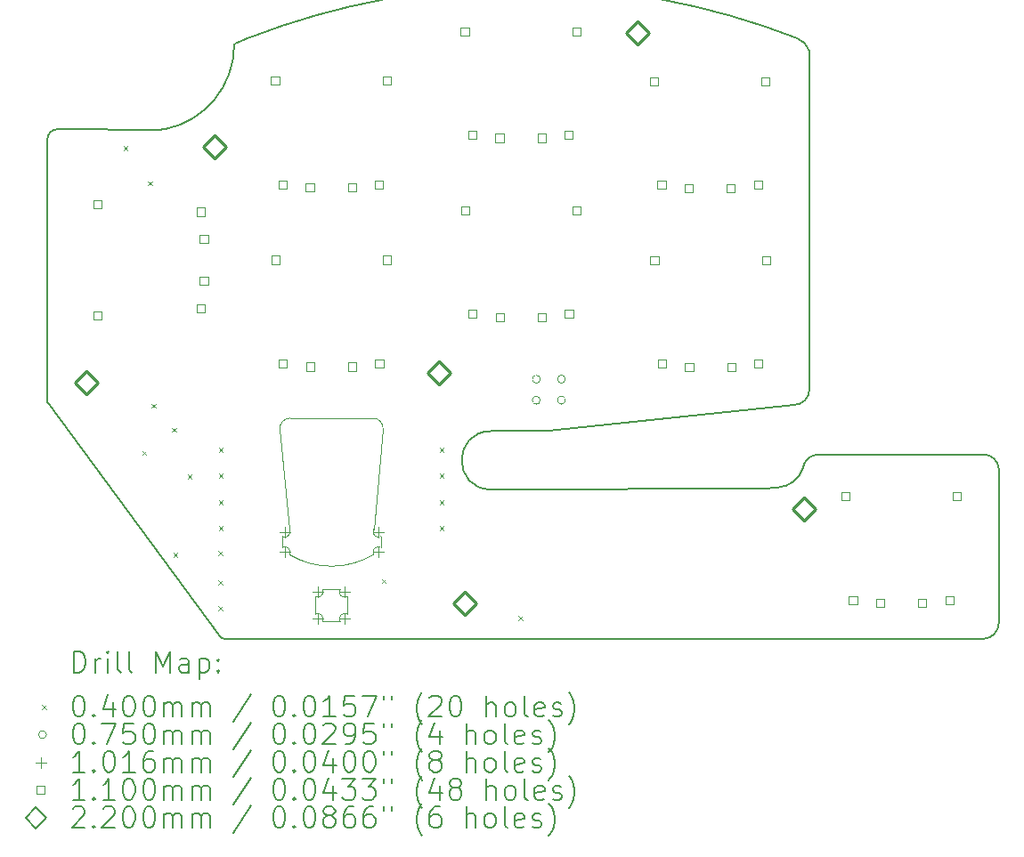
<source format=gbr>
%TF.GenerationSoftware,KiCad,Pcbnew,8.0.2*%
%TF.CreationDate,2024-07-05T21:54:28-05:00*%
%TF.ProjectId,bonsai,626f6e73-6169-42e6-9b69-6361645f7063,v1*%
%TF.SameCoordinates,Original*%
%TF.FileFunction,Drillmap*%
%TF.FilePolarity,Positive*%
%FSLAX45Y45*%
G04 Gerber Fmt 4.5, Leading zero omitted, Abs format (unit mm)*
G04 Created by KiCad (PCBNEW 8.0.2) date 2024-07-05 21:54:28*
%MOMM*%
%LPD*%
G01*
G04 APERTURE LIST*
%ADD10C,0.150000*%
%ADD11C,0.050000*%
%ADD12C,0.120000*%
%ADD13C,0.200000*%
%ADD14C,0.100000*%
%ADD15C,0.101600*%
%ADD16C,0.110000*%
%ADD17C,0.220000*%
G04 APERTURE END LIST*
D10*
X5575000Y-6147500D02*
G75*
G02*
X5575000Y-5592500I0J277500D01*
G01*
X6126680Y-5592500D02*
X8456310Y-5342950D01*
X3137500Y-1910000D02*
X3145000Y-1905000D01*
X1357500Y-5305000D02*
X1356640Y-5295000D01*
X3025000Y-7565000D02*
X3015000Y-7560000D01*
X1360000Y-5320000D02*
X1357500Y-5305000D01*
X3015000Y-7560000D02*
X2996968Y-7542237D01*
X3040000Y-7568897D02*
X3025000Y-7565000D01*
X1369041Y-5335708D02*
X2996968Y-7542237D01*
X1356640Y-5295000D02*
X1356640Y-2818900D01*
X10258360Y-5813360D02*
G75*
G02*
X10405000Y-5960000I0J-146640D01*
G01*
X3134185Y-1915924D02*
G75*
G02*
X2475000Y-2720000I-820000J0D01*
G01*
X8602950Y-5196310D02*
G75*
G02*
X8456310Y-5342950I-146640J0D01*
G01*
X8485376Y-1854036D02*
G75*
G02*
X8602914Y-1975637I-60376J-175964D01*
G01*
X6126680Y-5592500D02*
X5575000Y-5592500D01*
X8156640Y-6138900D02*
X5575000Y-6147500D01*
X3134185Y-1915924D02*
X3137500Y-1910000D01*
X10405000Y-5960000D02*
X10402950Y-7421310D01*
X3145000Y-1905000D02*
X3275000Y-1850000D01*
X2417455Y-2722976D02*
X2475000Y-2720000D01*
X1356640Y-2818900D02*
G75*
G02*
X1456640Y-2718900I100000J0D01*
G01*
X3275000Y-1850000D02*
G75*
G02*
X8485376Y-1854036I2600000J-6700000D01*
G01*
X1369041Y-5335708D02*
X1360000Y-5320000D01*
X10402950Y-7421310D02*
G75*
G02*
X10256310Y-7567950I-146640J0D01*
G01*
X10256310Y-7567950D02*
X3040000Y-7568897D01*
X8541218Y-5947356D02*
G75*
G02*
X8685009Y-5815258I148782J-17644D01*
G01*
X8541218Y-5947356D02*
G75*
G02*
X8306780Y-6128151I-255148J88456D01*
G01*
X8715000Y-5813360D02*
X10258360Y-5813360D01*
X8602914Y-1975637D02*
X8602950Y-5196310D01*
X8685009Y-5815258D02*
X8715000Y-5813360D01*
X8156640Y-6138900D02*
X8306780Y-6128151D01*
X1456640Y-2718900D02*
X2417455Y-2722976D01*
D11*
X3569644Y-5574300D02*
G75*
G02*
X3664644Y-5468775I95000J10000D01*
G01*
X4454644Y-5469300D02*
G75*
G02*
X4549644Y-5574825I0J-95525D01*
G01*
X3569644Y-5574300D02*
X3658324Y-6525600D01*
X4454644Y-5469300D02*
X3664644Y-5468775D01*
X4460964Y-6525600D02*
X4549644Y-5574825D01*
D12*
X3589744Y-6698320D02*
X3589744Y-6594180D01*
X4529544Y-6594180D02*
X4529544Y-6698320D01*
X3589744Y-6698320D02*
G75*
G02*
X3658324Y-6766900I24775J-43805D01*
G01*
X3658324Y-6525600D02*
G75*
G02*
X3589744Y-6594180I-43805J-24775D01*
G01*
D11*
X4460964Y-6766900D02*
G75*
G02*
X3658324Y-6766900I-401320J672600D01*
G01*
D12*
X4460964Y-6766900D02*
G75*
G02*
X4529544Y-6698320I43805J24775D01*
G01*
X4529544Y-6594180D02*
G75*
G02*
X4460964Y-6525600I-24775J43805D01*
G01*
X3904240Y-7332920D02*
X3904240Y-7165280D01*
X4140460Y-7096700D02*
X3972820Y-7096700D01*
X4140460Y-7401500D02*
X3972820Y-7401500D01*
X4209040Y-7332920D02*
X4209040Y-7165280D01*
X3904240Y-7332920D02*
G75*
G02*
X3972820Y-7401500I24775J-43805D01*
G01*
X3972820Y-7096700D02*
G75*
G02*
X3904240Y-7165280I-43805J-24775D01*
G01*
X4140460Y-7401500D02*
G75*
G02*
X4209040Y-7332920I43805J24775D01*
G01*
X4209040Y-7165280D02*
G75*
G02*
X4140460Y-7096700I-24775J43805D01*
G01*
D13*
D14*
X2080000Y-2880000D02*
X2120000Y-2920000D01*
X2120000Y-2880000D02*
X2080000Y-2920000D01*
X2260000Y-5780000D02*
X2300000Y-5820000D01*
X2300000Y-5780000D02*
X2260000Y-5820000D01*
X2315000Y-3215000D02*
X2355000Y-3255000D01*
X2355000Y-3215000D02*
X2315000Y-3255000D01*
X2347500Y-5332500D02*
X2387500Y-5372500D01*
X2387500Y-5332500D02*
X2347500Y-5372500D01*
X2540000Y-5560000D02*
X2580000Y-5600000D01*
X2580000Y-5560000D02*
X2540000Y-5600000D01*
X2555000Y-6750000D02*
X2595000Y-6790000D01*
X2595000Y-6750000D02*
X2555000Y-6790000D01*
X2690000Y-6005000D02*
X2730000Y-6045000D01*
X2730000Y-6005000D02*
X2690000Y-6045000D01*
X2980000Y-6730000D02*
X3020000Y-6770000D01*
X3020000Y-6730000D02*
X2980000Y-6770000D01*
X2980000Y-7010000D02*
X3020000Y-7050000D01*
X3020000Y-7010000D02*
X2980000Y-7050000D01*
X2980000Y-7260000D02*
X3020000Y-7300000D01*
X3020000Y-7260000D02*
X2980000Y-7300000D01*
X2986640Y-5748900D02*
X3026640Y-5788900D01*
X3026640Y-5748900D02*
X2986640Y-5788900D01*
X2986640Y-5998900D02*
X3026640Y-6038900D01*
X3026640Y-5998900D02*
X2986640Y-6038900D01*
X2986640Y-6248900D02*
X3026640Y-6288900D01*
X3026640Y-6248900D02*
X2986640Y-6288900D01*
X2986640Y-6498900D02*
X3026640Y-6538900D01*
X3026640Y-6498900D02*
X2986640Y-6538900D01*
X4536640Y-6998900D02*
X4576640Y-7038900D01*
X4576640Y-6998900D02*
X4536640Y-7038900D01*
X5086640Y-5748900D02*
X5126640Y-5788900D01*
X5126640Y-5748900D02*
X5086640Y-5788900D01*
X5086640Y-5998900D02*
X5126640Y-6038900D01*
X5126640Y-5998900D02*
X5086640Y-6038900D01*
X5086640Y-6248900D02*
X5126640Y-6288900D01*
X5126640Y-6248900D02*
X5086640Y-6288900D01*
X5086640Y-6498900D02*
X5126640Y-6538900D01*
X5126640Y-6498900D02*
X5086640Y-6538900D01*
X5835105Y-7349895D02*
X5875105Y-7389895D01*
X5875105Y-7349895D02*
X5835105Y-7389895D01*
X6044140Y-5098900D02*
G75*
G02*
X5969140Y-5098900I-37500J0D01*
G01*
X5969140Y-5098900D02*
G75*
G02*
X6044140Y-5098900I37500J0D01*
G01*
X6044140Y-5298900D02*
G75*
G02*
X5969140Y-5298900I-37500J0D01*
G01*
X5969140Y-5298900D02*
G75*
G02*
X6044140Y-5298900I37500J0D01*
G01*
X6282500Y-5097500D02*
G75*
G02*
X6207500Y-5097500I-37500J0D01*
G01*
X6207500Y-5097500D02*
G75*
G02*
X6282500Y-5097500I37500J0D01*
G01*
X6282500Y-5297500D02*
G75*
G02*
X6207500Y-5297500I-37500J0D01*
G01*
X6207500Y-5297500D02*
G75*
G02*
X6282500Y-5297500I37500J0D01*
G01*
D15*
X3615144Y-6500200D02*
X3615144Y-6601800D01*
X3564344Y-6551000D02*
X3665944Y-6551000D01*
X3615144Y-6690700D02*
X3615144Y-6792300D01*
X3564344Y-6741500D02*
X3665944Y-6741500D01*
X3929640Y-7071300D02*
X3929640Y-7172900D01*
X3878840Y-7122100D02*
X3980440Y-7122100D01*
X3929640Y-7325300D02*
X3929640Y-7426900D01*
X3878840Y-7376100D02*
X3980440Y-7376100D01*
X4183640Y-7071300D02*
X4183640Y-7172900D01*
X4132840Y-7122100D02*
X4234440Y-7122100D01*
X4183640Y-7325300D02*
X4183640Y-7426900D01*
X4132840Y-7376100D02*
X4234440Y-7376100D01*
X4504144Y-6500200D02*
X4504144Y-6601800D01*
X4453344Y-6551000D02*
X4554944Y-6551000D01*
X4504144Y-6690700D02*
X4504144Y-6792300D01*
X4453344Y-6741500D02*
X4554944Y-6741500D01*
D16*
X1870531Y-3472791D02*
X1870531Y-3395009D01*
X1792749Y-3395009D01*
X1792749Y-3472791D01*
X1870531Y-3472791D01*
X1870531Y-4532791D02*
X1870531Y-4455009D01*
X1792749Y-4455009D01*
X1792749Y-4532791D01*
X1870531Y-4532791D01*
X2855531Y-3544791D02*
X2855531Y-3467009D01*
X2777749Y-3467009D01*
X2777749Y-3544791D01*
X2855531Y-3544791D01*
X2855531Y-4460791D02*
X2855531Y-4383009D01*
X2777749Y-4383009D01*
X2777749Y-4460791D01*
X2855531Y-4460791D01*
X2885531Y-3802791D02*
X2885531Y-3725009D01*
X2807749Y-3725009D01*
X2807749Y-3802791D01*
X2885531Y-3802791D01*
X2885531Y-4202791D02*
X2885531Y-4125009D01*
X2807749Y-4125009D01*
X2807749Y-4202791D01*
X2885531Y-4202791D01*
X3562171Y-2299191D02*
X3562171Y-2221409D01*
X3484389Y-2221409D01*
X3484389Y-2299191D01*
X3562171Y-2299191D01*
X3565531Y-4002791D02*
X3565531Y-3925009D01*
X3487749Y-3925009D01*
X3487749Y-4002791D01*
X3565531Y-4002791D01*
X3634171Y-3284191D02*
X3634171Y-3206409D01*
X3556389Y-3206409D01*
X3556389Y-3284191D01*
X3634171Y-3284191D01*
X3637531Y-4987791D02*
X3637531Y-4910009D01*
X3559749Y-4910009D01*
X3559749Y-4987791D01*
X3637531Y-4987791D01*
X3892171Y-3314191D02*
X3892171Y-3236409D01*
X3814389Y-3236409D01*
X3814389Y-3314191D01*
X3892171Y-3314191D01*
X3895531Y-5017791D02*
X3895531Y-4940009D01*
X3817749Y-4940009D01*
X3817749Y-5017791D01*
X3895531Y-5017791D01*
X4292171Y-3314191D02*
X4292171Y-3236409D01*
X4214389Y-3236409D01*
X4214389Y-3314191D01*
X4292171Y-3314191D01*
X4295531Y-5017791D02*
X4295531Y-4940009D01*
X4217749Y-4940009D01*
X4217749Y-5017791D01*
X4295531Y-5017791D01*
X4550171Y-3284191D02*
X4550171Y-3206409D01*
X4472389Y-3206409D01*
X4472389Y-3284191D01*
X4550171Y-3284191D01*
X4553531Y-4987791D02*
X4553531Y-4910009D01*
X4475749Y-4910009D01*
X4475749Y-4987791D01*
X4553531Y-4987791D01*
X4622171Y-2299191D02*
X4622171Y-2221409D01*
X4544389Y-2221409D01*
X4544389Y-2299191D01*
X4622171Y-2299191D01*
X4625531Y-4002791D02*
X4625531Y-3925009D01*
X4547749Y-3925009D01*
X4547749Y-4002791D01*
X4625531Y-4002791D01*
X5365531Y-1827791D02*
X5365531Y-1750009D01*
X5287749Y-1750009D01*
X5287749Y-1827791D01*
X5365531Y-1827791D01*
X5368891Y-3531391D02*
X5368891Y-3453609D01*
X5291109Y-3453609D01*
X5291109Y-3531391D01*
X5368891Y-3531391D01*
X5437531Y-2812791D02*
X5437531Y-2735009D01*
X5359749Y-2735009D01*
X5359749Y-2812791D01*
X5437531Y-2812791D01*
X5440891Y-4516391D02*
X5440891Y-4438609D01*
X5363109Y-4438609D01*
X5363109Y-4516391D01*
X5440891Y-4516391D01*
X5695531Y-2842791D02*
X5695531Y-2765009D01*
X5617749Y-2765009D01*
X5617749Y-2842791D01*
X5695531Y-2842791D01*
X5698891Y-4546391D02*
X5698891Y-4468609D01*
X5621109Y-4468609D01*
X5621109Y-4546391D01*
X5698891Y-4546391D01*
X6095531Y-2842791D02*
X6095531Y-2765009D01*
X6017749Y-2765009D01*
X6017749Y-2842791D01*
X6095531Y-2842791D01*
X6098891Y-4546391D02*
X6098891Y-4468609D01*
X6021109Y-4468609D01*
X6021109Y-4546391D01*
X6098891Y-4546391D01*
X6353531Y-2812791D02*
X6353531Y-2735009D01*
X6275749Y-2735009D01*
X6275749Y-2812791D01*
X6353531Y-2812791D01*
X6356891Y-4516391D02*
X6356891Y-4438609D01*
X6279109Y-4438609D01*
X6279109Y-4516391D01*
X6356891Y-4516391D01*
X6425531Y-1827791D02*
X6425531Y-1750009D01*
X6347749Y-1750009D01*
X6347749Y-1827791D01*
X6425531Y-1827791D01*
X6428891Y-3531391D02*
X6428891Y-3453609D01*
X6351109Y-3453609D01*
X6351109Y-3531391D01*
X6428891Y-3531391D01*
X7165531Y-2302791D02*
X7165531Y-2225009D01*
X7087749Y-2225009D01*
X7087749Y-2302791D01*
X7165531Y-2302791D01*
X7168891Y-4006391D02*
X7168891Y-3928609D01*
X7091109Y-3928609D01*
X7091109Y-4006391D01*
X7168891Y-4006391D01*
X7237531Y-3287791D02*
X7237531Y-3210009D01*
X7159749Y-3210009D01*
X7159749Y-3287791D01*
X7237531Y-3287791D01*
X7240891Y-4991391D02*
X7240891Y-4913609D01*
X7163109Y-4913609D01*
X7163109Y-4991391D01*
X7240891Y-4991391D01*
X7495531Y-3317791D02*
X7495531Y-3240009D01*
X7417749Y-3240009D01*
X7417749Y-3317791D01*
X7495531Y-3317791D01*
X7498891Y-5021391D02*
X7498891Y-4943609D01*
X7421109Y-4943609D01*
X7421109Y-5021391D01*
X7498891Y-5021391D01*
X7895531Y-3317791D02*
X7895531Y-3240009D01*
X7817749Y-3240009D01*
X7817749Y-3317791D01*
X7895531Y-3317791D01*
X7898891Y-5021391D02*
X7898891Y-4943609D01*
X7821109Y-4943609D01*
X7821109Y-5021391D01*
X7898891Y-5021391D01*
X8153531Y-3287791D02*
X8153531Y-3210009D01*
X8075749Y-3210009D01*
X8075749Y-3287791D01*
X8153531Y-3287791D01*
X8156891Y-4991391D02*
X8156891Y-4913609D01*
X8079109Y-4913609D01*
X8079109Y-4991391D01*
X8156891Y-4991391D01*
X8225531Y-2302791D02*
X8225531Y-2225009D01*
X8147749Y-2225009D01*
X8147749Y-2302791D01*
X8225531Y-2302791D01*
X8228891Y-4006391D02*
X8228891Y-3928609D01*
X8151109Y-3928609D01*
X8151109Y-4006391D01*
X8228891Y-4006391D01*
X8985531Y-6252791D02*
X8985531Y-6175009D01*
X8907749Y-6175009D01*
X8907749Y-6252791D01*
X8985531Y-6252791D01*
X9057531Y-7237791D02*
X9057531Y-7160009D01*
X8979749Y-7160009D01*
X8979749Y-7237791D01*
X9057531Y-7237791D01*
X9315531Y-7267791D02*
X9315531Y-7190009D01*
X9237749Y-7190009D01*
X9237749Y-7267791D01*
X9315531Y-7267791D01*
X9715531Y-7267791D02*
X9715531Y-7190009D01*
X9637749Y-7190009D01*
X9637749Y-7267791D01*
X9715531Y-7267791D01*
X9973531Y-7237791D02*
X9973531Y-7160009D01*
X9895749Y-7160009D01*
X9895749Y-7237791D01*
X9973531Y-7237791D01*
X10045531Y-6252791D02*
X10045531Y-6175009D01*
X9967749Y-6175009D01*
X9967749Y-6252791D01*
X10045531Y-6252791D01*
D17*
X1730000Y-5240000D02*
X1840000Y-5130000D01*
X1730000Y-5020000D01*
X1620000Y-5130000D01*
X1730000Y-5240000D01*
X2945000Y-3000000D02*
X3055000Y-2890000D01*
X2945000Y-2780000D01*
X2835000Y-2890000D01*
X2945000Y-3000000D01*
X5080000Y-5147500D02*
X5190000Y-5037500D01*
X5080000Y-4927500D01*
X4970000Y-5037500D01*
X5080000Y-5147500D01*
X5330000Y-7345000D02*
X5440000Y-7235000D01*
X5330000Y-7125000D01*
X5220000Y-7235000D01*
X5330000Y-7345000D01*
X6970000Y-1915000D02*
X7080000Y-1805000D01*
X6970000Y-1695000D01*
X6860000Y-1805000D01*
X6970000Y-1915000D01*
X8550000Y-6445000D02*
X8660000Y-6335000D01*
X8550000Y-6225000D01*
X8440000Y-6335000D01*
X8550000Y-6445000D01*
D13*
X1609917Y-7887881D02*
X1609917Y-7687881D01*
X1609917Y-7687881D02*
X1657536Y-7687881D01*
X1657536Y-7687881D02*
X1686107Y-7697404D01*
X1686107Y-7697404D02*
X1705155Y-7716452D01*
X1705155Y-7716452D02*
X1714679Y-7735500D01*
X1714679Y-7735500D02*
X1724202Y-7773595D01*
X1724202Y-7773595D02*
X1724202Y-7802166D01*
X1724202Y-7802166D02*
X1714679Y-7840262D01*
X1714679Y-7840262D02*
X1705155Y-7859309D01*
X1705155Y-7859309D02*
X1686107Y-7878357D01*
X1686107Y-7878357D02*
X1657536Y-7887881D01*
X1657536Y-7887881D02*
X1609917Y-7887881D01*
X1809917Y-7887881D02*
X1809917Y-7754547D01*
X1809917Y-7792643D02*
X1819441Y-7773595D01*
X1819441Y-7773595D02*
X1828964Y-7764071D01*
X1828964Y-7764071D02*
X1848012Y-7754547D01*
X1848012Y-7754547D02*
X1867060Y-7754547D01*
X1933726Y-7887881D02*
X1933726Y-7754547D01*
X1933726Y-7687881D02*
X1924202Y-7697404D01*
X1924202Y-7697404D02*
X1933726Y-7706928D01*
X1933726Y-7706928D02*
X1943250Y-7697404D01*
X1943250Y-7697404D02*
X1933726Y-7687881D01*
X1933726Y-7687881D02*
X1933726Y-7706928D01*
X2057536Y-7887881D02*
X2038488Y-7878357D01*
X2038488Y-7878357D02*
X2028964Y-7859309D01*
X2028964Y-7859309D02*
X2028964Y-7687881D01*
X2162298Y-7887881D02*
X2143250Y-7878357D01*
X2143250Y-7878357D02*
X2133726Y-7859309D01*
X2133726Y-7859309D02*
X2133726Y-7687881D01*
X2390869Y-7887881D02*
X2390869Y-7687881D01*
X2390869Y-7687881D02*
X2457536Y-7830738D01*
X2457536Y-7830738D02*
X2524203Y-7687881D01*
X2524203Y-7687881D02*
X2524203Y-7887881D01*
X2705155Y-7887881D02*
X2705155Y-7783119D01*
X2705155Y-7783119D02*
X2695631Y-7764071D01*
X2695631Y-7764071D02*
X2676584Y-7754547D01*
X2676584Y-7754547D02*
X2638488Y-7754547D01*
X2638488Y-7754547D02*
X2619441Y-7764071D01*
X2705155Y-7878357D02*
X2686107Y-7887881D01*
X2686107Y-7887881D02*
X2638488Y-7887881D01*
X2638488Y-7887881D02*
X2619441Y-7878357D01*
X2619441Y-7878357D02*
X2609917Y-7859309D01*
X2609917Y-7859309D02*
X2609917Y-7840262D01*
X2609917Y-7840262D02*
X2619441Y-7821214D01*
X2619441Y-7821214D02*
X2638488Y-7811690D01*
X2638488Y-7811690D02*
X2686107Y-7811690D01*
X2686107Y-7811690D02*
X2705155Y-7802166D01*
X2800393Y-7754547D02*
X2800393Y-7954547D01*
X2800393Y-7764071D02*
X2819441Y-7754547D01*
X2819441Y-7754547D02*
X2857536Y-7754547D01*
X2857536Y-7754547D02*
X2876583Y-7764071D01*
X2876583Y-7764071D02*
X2886107Y-7773595D01*
X2886107Y-7773595D02*
X2895631Y-7792643D01*
X2895631Y-7792643D02*
X2895631Y-7849785D01*
X2895631Y-7849785D02*
X2886107Y-7868833D01*
X2886107Y-7868833D02*
X2876583Y-7878357D01*
X2876583Y-7878357D02*
X2857536Y-7887881D01*
X2857536Y-7887881D02*
X2819441Y-7887881D01*
X2819441Y-7887881D02*
X2800393Y-7878357D01*
X2981345Y-7868833D02*
X2990869Y-7878357D01*
X2990869Y-7878357D02*
X2981345Y-7887881D01*
X2981345Y-7887881D02*
X2971822Y-7878357D01*
X2971822Y-7878357D02*
X2981345Y-7868833D01*
X2981345Y-7868833D02*
X2981345Y-7887881D01*
X2981345Y-7764071D02*
X2990869Y-7773595D01*
X2990869Y-7773595D02*
X2981345Y-7783119D01*
X2981345Y-7783119D02*
X2971822Y-7773595D01*
X2971822Y-7773595D02*
X2981345Y-7764071D01*
X2981345Y-7764071D02*
X2981345Y-7783119D01*
D14*
X1309140Y-8196397D02*
X1349140Y-8236397D01*
X1349140Y-8196397D02*
X1309140Y-8236397D01*
D13*
X1648012Y-8107881D02*
X1667060Y-8107881D01*
X1667060Y-8107881D02*
X1686107Y-8117404D01*
X1686107Y-8117404D02*
X1695631Y-8126928D01*
X1695631Y-8126928D02*
X1705155Y-8145976D01*
X1705155Y-8145976D02*
X1714679Y-8184071D01*
X1714679Y-8184071D02*
X1714679Y-8231690D01*
X1714679Y-8231690D02*
X1705155Y-8269785D01*
X1705155Y-8269785D02*
X1695631Y-8288833D01*
X1695631Y-8288833D02*
X1686107Y-8298357D01*
X1686107Y-8298357D02*
X1667060Y-8307881D01*
X1667060Y-8307881D02*
X1648012Y-8307881D01*
X1648012Y-8307881D02*
X1628964Y-8298357D01*
X1628964Y-8298357D02*
X1619441Y-8288833D01*
X1619441Y-8288833D02*
X1609917Y-8269785D01*
X1609917Y-8269785D02*
X1600393Y-8231690D01*
X1600393Y-8231690D02*
X1600393Y-8184071D01*
X1600393Y-8184071D02*
X1609917Y-8145976D01*
X1609917Y-8145976D02*
X1619441Y-8126928D01*
X1619441Y-8126928D02*
X1628964Y-8117404D01*
X1628964Y-8117404D02*
X1648012Y-8107881D01*
X1800393Y-8288833D02*
X1809917Y-8298357D01*
X1809917Y-8298357D02*
X1800393Y-8307881D01*
X1800393Y-8307881D02*
X1790869Y-8298357D01*
X1790869Y-8298357D02*
X1800393Y-8288833D01*
X1800393Y-8288833D02*
X1800393Y-8307881D01*
X1981345Y-8174547D02*
X1981345Y-8307881D01*
X1933726Y-8098357D02*
X1886107Y-8241214D01*
X1886107Y-8241214D02*
X2009917Y-8241214D01*
X2124203Y-8107881D02*
X2143250Y-8107881D01*
X2143250Y-8107881D02*
X2162298Y-8117404D01*
X2162298Y-8117404D02*
X2171822Y-8126928D01*
X2171822Y-8126928D02*
X2181345Y-8145976D01*
X2181345Y-8145976D02*
X2190869Y-8184071D01*
X2190869Y-8184071D02*
X2190869Y-8231690D01*
X2190869Y-8231690D02*
X2181345Y-8269785D01*
X2181345Y-8269785D02*
X2171822Y-8288833D01*
X2171822Y-8288833D02*
X2162298Y-8298357D01*
X2162298Y-8298357D02*
X2143250Y-8307881D01*
X2143250Y-8307881D02*
X2124203Y-8307881D01*
X2124203Y-8307881D02*
X2105155Y-8298357D01*
X2105155Y-8298357D02*
X2095631Y-8288833D01*
X2095631Y-8288833D02*
X2086107Y-8269785D01*
X2086107Y-8269785D02*
X2076583Y-8231690D01*
X2076583Y-8231690D02*
X2076583Y-8184071D01*
X2076583Y-8184071D02*
X2086107Y-8145976D01*
X2086107Y-8145976D02*
X2095631Y-8126928D01*
X2095631Y-8126928D02*
X2105155Y-8117404D01*
X2105155Y-8117404D02*
X2124203Y-8107881D01*
X2314679Y-8107881D02*
X2333726Y-8107881D01*
X2333726Y-8107881D02*
X2352774Y-8117404D01*
X2352774Y-8117404D02*
X2362298Y-8126928D01*
X2362298Y-8126928D02*
X2371822Y-8145976D01*
X2371822Y-8145976D02*
X2381345Y-8184071D01*
X2381345Y-8184071D02*
X2381345Y-8231690D01*
X2381345Y-8231690D02*
X2371822Y-8269785D01*
X2371822Y-8269785D02*
X2362298Y-8288833D01*
X2362298Y-8288833D02*
X2352774Y-8298357D01*
X2352774Y-8298357D02*
X2333726Y-8307881D01*
X2333726Y-8307881D02*
X2314679Y-8307881D01*
X2314679Y-8307881D02*
X2295631Y-8298357D01*
X2295631Y-8298357D02*
X2286107Y-8288833D01*
X2286107Y-8288833D02*
X2276584Y-8269785D01*
X2276584Y-8269785D02*
X2267060Y-8231690D01*
X2267060Y-8231690D02*
X2267060Y-8184071D01*
X2267060Y-8184071D02*
X2276584Y-8145976D01*
X2276584Y-8145976D02*
X2286107Y-8126928D01*
X2286107Y-8126928D02*
X2295631Y-8117404D01*
X2295631Y-8117404D02*
X2314679Y-8107881D01*
X2467060Y-8307881D02*
X2467060Y-8174547D01*
X2467060Y-8193595D02*
X2476584Y-8184071D01*
X2476584Y-8184071D02*
X2495631Y-8174547D01*
X2495631Y-8174547D02*
X2524203Y-8174547D01*
X2524203Y-8174547D02*
X2543250Y-8184071D01*
X2543250Y-8184071D02*
X2552774Y-8203119D01*
X2552774Y-8203119D02*
X2552774Y-8307881D01*
X2552774Y-8203119D02*
X2562298Y-8184071D01*
X2562298Y-8184071D02*
X2581345Y-8174547D01*
X2581345Y-8174547D02*
X2609917Y-8174547D01*
X2609917Y-8174547D02*
X2628965Y-8184071D01*
X2628965Y-8184071D02*
X2638488Y-8203119D01*
X2638488Y-8203119D02*
X2638488Y-8307881D01*
X2733726Y-8307881D02*
X2733726Y-8174547D01*
X2733726Y-8193595D02*
X2743250Y-8184071D01*
X2743250Y-8184071D02*
X2762298Y-8174547D01*
X2762298Y-8174547D02*
X2790869Y-8174547D01*
X2790869Y-8174547D02*
X2809917Y-8184071D01*
X2809917Y-8184071D02*
X2819441Y-8203119D01*
X2819441Y-8203119D02*
X2819441Y-8307881D01*
X2819441Y-8203119D02*
X2828964Y-8184071D01*
X2828964Y-8184071D02*
X2848012Y-8174547D01*
X2848012Y-8174547D02*
X2876583Y-8174547D01*
X2876583Y-8174547D02*
X2895631Y-8184071D01*
X2895631Y-8184071D02*
X2905155Y-8203119D01*
X2905155Y-8203119D02*
X2905155Y-8307881D01*
X3295631Y-8098357D02*
X3124203Y-8355500D01*
X3552774Y-8107881D02*
X3571822Y-8107881D01*
X3571822Y-8107881D02*
X3590869Y-8117404D01*
X3590869Y-8117404D02*
X3600393Y-8126928D01*
X3600393Y-8126928D02*
X3609917Y-8145976D01*
X3609917Y-8145976D02*
X3619441Y-8184071D01*
X3619441Y-8184071D02*
X3619441Y-8231690D01*
X3619441Y-8231690D02*
X3609917Y-8269785D01*
X3609917Y-8269785D02*
X3600393Y-8288833D01*
X3600393Y-8288833D02*
X3590869Y-8298357D01*
X3590869Y-8298357D02*
X3571822Y-8307881D01*
X3571822Y-8307881D02*
X3552774Y-8307881D01*
X3552774Y-8307881D02*
X3533726Y-8298357D01*
X3533726Y-8298357D02*
X3524203Y-8288833D01*
X3524203Y-8288833D02*
X3514679Y-8269785D01*
X3514679Y-8269785D02*
X3505155Y-8231690D01*
X3505155Y-8231690D02*
X3505155Y-8184071D01*
X3505155Y-8184071D02*
X3514679Y-8145976D01*
X3514679Y-8145976D02*
X3524203Y-8126928D01*
X3524203Y-8126928D02*
X3533726Y-8117404D01*
X3533726Y-8117404D02*
X3552774Y-8107881D01*
X3705155Y-8288833D02*
X3714679Y-8298357D01*
X3714679Y-8298357D02*
X3705155Y-8307881D01*
X3705155Y-8307881D02*
X3695631Y-8298357D01*
X3695631Y-8298357D02*
X3705155Y-8288833D01*
X3705155Y-8288833D02*
X3705155Y-8307881D01*
X3838488Y-8107881D02*
X3857536Y-8107881D01*
X3857536Y-8107881D02*
X3876584Y-8117404D01*
X3876584Y-8117404D02*
X3886107Y-8126928D01*
X3886107Y-8126928D02*
X3895631Y-8145976D01*
X3895631Y-8145976D02*
X3905155Y-8184071D01*
X3905155Y-8184071D02*
X3905155Y-8231690D01*
X3905155Y-8231690D02*
X3895631Y-8269785D01*
X3895631Y-8269785D02*
X3886107Y-8288833D01*
X3886107Y-8288833D02*
X3876584Y-8298357D01*
X3876584Y-8298357D02*
X3857536Y-8307881D01*
X3857536Y-8307881D02*
X3838488Y-8307881D01*
X3838488Y-8307881D02*
X3819441Y-8298357D01*
X3819441Y-8298357D02*
X3809917Y-8288833D01*
X3809917Y-8288833D02*
X3800393Y-8269785D01*
X3800393Y-8269785D02*
X3790869Y-8231690D01*
X3790869Y-8231690D02*
X3790869Y-8184071D01*
X3790869Y-8184071D02*
X3800393Y-8145976D01*
X3800393Y-8145976D02*
X3809917Y-8126928D01*
X3809917Y-8126928D02*
X3819441Y-8117404D01*
X3819441Y-8117404D02*
X3838488Y-8107881D01*
X4095631Y-8307881D02*
X3981346Y-8307881D01*
X4038488Y-8307881D02*
X4038488Y-8107881D01*
X4038488Y-8107881D02*
X4019441Y-8136452D01*
X4019441Y-8136452D02*
X4000393Y-8155500D01*
X4000393Y-8155500D02*
X3981346Y-8165023D01*
X4276584Y-8107881D02*
X4181346Y-8107881D01*
X4181346Y-8107881D02*
X4171822Y-8203119D01*
X4171822Y-8203119D02*
X4181346Y-8193595D01*
X4181346Y-8193595D02*
X4200393Y-8184071D01*
X4200393Y-8184071D02*
X4248012Y-8184071D01*
X4248012Y-8184071D02*
X4267060Y-8193595D01*
X4267060Y-8193595D02*
X4276584Y-8203119D01*
X4276584Y-8203119D02*
X4286108Y-8222166D01*
X4286108Y-8222166D02*
X4286108Y-8269785D01*
X4286108Y-8269785D02*
X4276584Y-8288833D01*
X4276584Y-8288833D02*
X4267060Y-8298357D01*
X4267060Y-8298357D02*
X4248012Y-8307881D01*
X4248012Y-8307881D02*
X4200393Y-8307881D01*
X4200393Y-8307881D02*
X4181346Y-8298357D01*
X4181346Y-8298357D02*
X4171822Y-8288833D01*
X4352774Y-8107881D02*
X4486108Y-8107881D01*
X4486108Y-8107881D02*
X4400393Y-8307881D01*
X4552774Y-8107881D02*
X4552774Y-8145976D01*
X4628965Y-8107881D02*
X4628965Y-8145976D01*
X4924203Y-8384071D02*
X4914679Y-8374547D01*
X4914679Y-8374547D02*
X4895631Y-8345976D01*
X4895631Y-8345976D02*
X4886108Y-8326928D01*
X4886108Y-8326928D02*
X4876584Y-8298357D01*
X4876584Y-8298357D02*
X4867060Y-8250738D01*
X4867060Y-8250738D02*
X4867060Y-8212643D01*
X4867060Y-8212643D02*
X4876584Y-8165023D01*
X4876584Y-8165023D02*
X4886108Y-8136452D01*
X4886108Y-8136452D02*
X4895631Y-8117404D01*
X4895631Y-8117404D02*
X4914679Y-8088833D01*
X4914679Y-8088833D02*
X4924203Y-8079309D01*
X4990870Y-8126928D02*
X5000393Y-8117404D01*
X5000393Y-8117404D02*
X5019441Y-8107881D01*
X5019441Y-8107881D02*
X5067060Y-8107881D01*
X5067060Y-8107881D02*
X5086108Y-8117404D01*
X5086108Y-8117404D02*
X5095631Y-8126928D01*
X5095631Y-8126928D02*
X5105155Y-8145976D01*
X5105155Y-8145976D02*
X5105155Y-8165023D01*
X5105155Y-8165023D02*
X5095631Y-8193595D01*
X5095631Y-8193595D02*
X4981346Y-8307881D01*
X4981346Y-8307881D02*
X5105155Y-8307881D01*
X5228965Y-8107881D02*
X5248012Y-8107881D01*
X5248012Y-8107881D02*
X5267060Y-8117404D01*
X5267060Y-8117404D02*
X5276584Y-8126928D01*
X5276584Y-8126928D02*
X5286108Y-8145976D01*
X5286108Y-8145976D02*
X5295631Y-8184071D01*
X5295631Y-8184071D02*
X5295631Y-8231690D01*
X5295631Y-8231690D02*
X5286108Y-8269785D01*
X5286108Y-8269785D02*
X5276584Y-8288833D01*
X5276584Y-8288833D02*
X5267060Y-8298357D01*
X5267060Y-8298357D02*
X5248012Y-8307881D01*
X5248012Y-8307881D02*
X5228965Y-8307881D01*
X5228965Y-8307881D02*
X5209917Y-8298357D01*
X5209917Y-8298357D02*
X5200393Y-8288833D01*
X5200393Y-8288833D02*
X5190870Y-8269785D01*
X5190870Y-8269785D02*
X5181346Y-8231690D01*
X5181346Y-8231690D02*
X5181346Y-8184071D01*
X5181346Y-8184071D02*
X5190870Y-8145976D01*
X5190870Y-8145976D02*
X5200393Y-8126928D01*
X5200393Y-8126928D02*
X5209917Y-8117404D01*
X5209917Y-8117404D02*
X5228965Y-8107881D01*
X5533727Y-8307881D02*
X5533727Y-8107881D01*
X5619441Y-8307881D02*
X5619441Y-8203119D01*
X5619441Y-8203119D02*
X5609917Y-8184071D01*
X5609917Y-8184071D02*
X5590870Y-8174547D01*
X5590870Y-8174547D02*
X5562298Y-8174547D01*
X5562298Y-8174547D02*
X5543251Y-8184071D01*
X5543251Y-8184071D02*
X5533727Y-8193595D01*
X5743250Y-8307881D02*
X5724203Y-8298357D01*
X5724203Y-8298357D02*
X5714679Y-8288833D01*
X5714679Y-8288833D02*
X5705155Y-8269785D01*
X5705155Y-8269785D02*
X5705155Y-8212643D01*
X5705155Y-8212643D02*
X5714679Y-8193595D01*
X5714679Y-8193595D02*
X5724203Y-8184071D01*
X5724203Y-8184071D02*
X5743250Y-8174547D01*
X5743250Y-8174547D02*
X5771822Y-8174547D01*
X5771822Y-8174547D02*
X5790870Y-8184071D01*
X5790870Y-8184071D02*
X5800393Y-8193595D01*
X5800393Y-8193595D02*
X5809917Y-8212643D01*
X5809917Y-8212643D02*
X5809917Y-8269785D01*
X5809917Y-8269785D02*
X5800393Y-8288833D01*
X5800393Y-8288833D02*
X5790870Y-8298357D01*
X5790870Y-8298357D02*
X5771822Y-8307881D01*
X5771822Y-8307881D02*
X5743250Y-8307881D01*
X5924203Y-8307881D02*
X5905155Y-8298357D01*
X5905155Y-8298357D02*
X5895631Y-8279309D01*
X5895631Y-8279309D02*
X5895631Y-8107881D01*
X6076584Y-8298357D02*
X6057536Y-8307881D01*
X6057536Y-8307881D02*
X6019441Y-8307881D01*
X6019441Y-8307881D02*
X6000393Y-8298357D01*
X6000393Y-8298357D02*
X5990870Y-8279309D01*
X5990870Y-8279309D02*
X5990870Y-8203119D01*
X5990870Y-8203119D02*
X6000393Y-8184071D01*
X6000393Y-8184071D02*
X6019441Y-8174547D01*
X6019441Y-8174547D02*
X6057536Y-8174547D01*
X6057536Y-8174547D02*
X6076584Y-8184071D01*
X6076584Y-8184071D02*
X6086108Y-8203119D01*
X6086108Y-8203119D02*
X6086108Y-8222166D01*
X6086108Y-8222166D02*
X5990870Y-8241214D01*
X6162298Y-8298357D02*
X6181346Y-8307881D01*
X6181346Y-8307881D02*
X6219441Y-8307881D01*
X6219441Y-8307881D02*
X6238489Y-8298357D01*
X6238489Y-8298357D02*
X6248012Y-8279309D01*
X6248012Y-8279309D02*
X6248012Y-8269785D01*
X6248012Y-8269785D02*
X6238489Y-8250738D01*
X6238489Y-8250738D02*
X6219441Y-8241214D01*
X6219441Y-8241214D02*
X6190870Y-8241214D01*
X6190870Y-8241214D02*
X6171822Y-8231690D01*
X6171822Y-8231690D02*
X6162298Y-8212643D01*
X6162298Y-8212643D02*
X6162298Y-8203119D01*
X6162298Y-8203119D02*
X6171822Y-8184071D01*
X6171822Y-8184071D02*
X6190870Y-8174547D01*
X6190870Y-8174547D02*
X6219441Y-8174547D01*
X6219441Y-8174547D02*
X6238489Y-8184071D01*
X6314679Y-8384071D02*
X6324203Y-8374547D01*
X6324203Y-8374547D02*
X6343251Y-8345976D01*
X6343251Y-8345976D02*
X6352774Y-8326928D01*
X6352774Y-8326928D02*
X6362298Y-8298357D01*
X6362298Y-8298357D02*
X6371822Y-8250738D01*
X6371822Y-8250738D02*
X6371822Y-8212643D01*
X6371822Y-8212643D02*
X6362298Y-8165023D01*
X6362298Y-8165023D02*
X6352774Y-8136452D01*
X6352774Y-8136452D02*
X6343251Y-8117404D01*
X6343251Y-8117404D02*
X6324203Y-8088833D01*
X6324203Y-8088833D02*
X6314679Y-8079309D01*
D14*
X1349140Y-8480397D02*
G75*
G02*
X1274140Y-8480397I-37500J0D01*
G01*
X1274140Y-8480397D02*
G75*
G02*
X1349140Y-8480397I37500J0D01*
G01*
D13*
X1648012Y-8371881D02*
X1667060Y-8371881D01*
X1667060Y-8371881D02*
X1686107Y-8381404D01*
X1686107Y-8381404D02*
X1695631Y-8390928D01*
X1695631Y-8390928D02*
X1705155Y-8409976D01*
X1705155Y-8409976D02*
X1714679Y-8448071D01*
X1714679Y-8448071D02*
X1714679Y-8495690D01*
X1714679Y-8495690D02*
X1705155Y-8533785D01*
X1705155Y-8533785D02*
X1695631Y-8552833D01*
X1695631Y-8552833D02*
X1686107Y-8562357D01*
X1686107Y-8562357D02*
X1667060Y-8571881D01*
X1667060Y-8571881D02*
X1648012Y-8571881D01*
X1648012Y-8571881D02*
X1628964Y-8562357D01*
X1628964Y-8562357D02*
X1619441Y-8552833D01*
X1619441Y-8552833D02*
X1609917Y-8533785D01*
X1609917Y-8533785D02*
X1600393Y-8495690D01*
X1600393Y-8495690D02*
X1600393Y-8448071D01*
X1600393Y-8448071D02*
X1609917Y-8409976D01*
X1609917Y-8409976D02*
X1619441Y-8390928D01*
X1619441Y-8390928D02*
X1628964Y-8381404D01*
X1628964Y-8381404D02*
X1648012Y-8371881D01*
X1800393Y-8552833D02*
X1809917Y-8562357D01*
X1809917Y-8562357D02*
X1800393Y-8571881D01*
X1800393Y-8571881D02*
X1790869Y-8562357D01*
X1790869Y-8562357D02*
X1800393Y-8552833D01*
X1800393Y-8552833D02*
X1800393Y-8571881D01*
X1876583Y-8371881D02*
X2009917Y-8371881D01*
X2009917Y-8371881D02*
X1924202Y-8571881D01*
X2181345Y-8371881D02*
X2086107Y-8371881D01*
X2086107Y-8371881D02*
X2076583Y-8467119D01*
X2076583Y-8467119D02*
X2086107Y-8457595D01*
X2086107Y-8457595D02*
X2105155Y-8448071D01*
X2105155Y-8448071D02*
X2152774Y-8448071D01*
X2152774Y-8448071D02*
X2171822Y-8457595D01*
X2171822Y-8457595D02*
X2181345Y-8467119D01*
X2181345Y-8467119D02*
X2190869Y-8486166D01*
X2190869Y-8486166D02*
X2190869Y-8533785D01*
X2190869Y-8533785D02*
X2181345Y-8552833D01*
X2181345Y-8552833D02*
X2171822Y-8562357D01*
X2171822Y-8562357D02*
X2152774Y-8571881D01*
X2152774Y-8571881D02*
X2105155Y-8571881D01*
X2105155Y-8571881D02*
X2086107Y-8562357D01*
X2086107Y-8562357D02*
X2076583Y-8552833D01*
X2314679Y-8371881D02*
X2333726Y-8371881D01*
X2333726Y-8371881D02*
X2352774Y-8381404D01*
X2352774Y-8381404D02*
X2362298Y-8390928D01*
X2362298Y-8390928D02*
X2371822Y-8409976D01*
X2371822Y-8409976D02*
X2381345Y-8448071D01*
X2381345Y-8448071D02*
X2381345Y-8495690D01*
X2381345Y-8495690D02*
X2371822Y-8533785D01*
X2371822Y-8533785D02*
X2362298Y-8552833D01*
X2362298Y-8552833D02*
X2352774Y-8562357D01*
X2352774Y-8562357D02*
X2333726Y-8571881D01*
X2333726Y-8571881D02*
X2314679Y-8571881D01*
X2314679Y-8571881D02*
X2295631Y-8562357D01*
X2295631Y-8562357D02*
X2286107Y-8552833D01*
X2286107Y-8552833D02*
X2276584Y-8533785D01*
X2276584Y-8533785D02*
X2267060Y-8495690D01*
X2267060Y-8495690D02*
X2267060Y-8448071D01*
X2267060Y-8448071D02*
X2276584Y-8409976D01*
X2276584Y-8409976D02*
X2286107Y-8390928D01*
X2286107Y-8390928D02*
X2295631Y-8381404D01*
X2295631Y-8381404D02*
X2314679Y-8371881D01*
X2467060Y-8571881D02*
X2467060Y-8438547D01*
X2467060Y-8457595D02*
X2476584Y-8448071D01*
X2476584Y-8448071D02*
X2495631Y-8438547D01*
X2495631Y-8438547D02*
X2524203Y-8438547D01*
X2524203Y-8438547D02*
X2543250Y-8448071D01*
X2543250Y-8448071D02*
X2552774Y-8467119D01*
X2552774Y-8467119D02*
X2552774Y-8571881D01*
X2552774Y-8467119D02*
X2562298Y-8448071D01*
X2562298Y-8448071D02*
X2581345Y-8438547D01*
X2581345Y-8438547D02*
X2609917Y-8438547D01*
X2609917Y-8438547D02*
X2628965Y-8448071D01*
X2628965Y-8448071D02*
X2638488Y-8467119D01*
X2638488Y-8467119D02*
X2638488Y-8571881D01*
X2733726Y-8571881D02*
X2733726Y-8438547D01*
X2733726Y-8457595D02*
X2743250Y-8448071D01*
X2743250Y-8448071D02*
X2762298Y-8438547D01*
X2762298Y-8438547D02*
X2790869Y-8438547D01*
X2790869Y-8438547D02*
X2809917Y-8448071D01*
X2809917Y-8448071D02*
X2819441Y-8467119D01*
X2819441Y-8467119D02*
X2819441Y-8571881D01*
X2819441Y-8467119D02*
X2828964Y-8448071D01*
X2828964Y-8448071D02*
X2848012Y-8438547D01*
X2848012Y-8438547D02*
X2876583Y-8438547D01*
X2876583Y-8438547D02*
X2895631Y-8448071D01*
X2895631Y-8448071D02*
X2905155Y-8467119D01*
X2905155Y-8467119D02*
X2905155Y-8571881D01*
X3295631Y-8362357D02*
X3124203Y-8619500D01*
X3552774Y-8371881D02*
X3571822Y-8371881D01*
X3571822Y-8371881D02*
X3590869Y-8381404D01*
X3590869Y-8381404D02*
X3600393Y-8390928D01*
X3600393Y-8390928D02*
X3609917Y-8409976D01*
X3609917Y-8409976D02*
X3619441Y-8448071D01*
X3619441Y-8448071D02*
X3619441Y-8495690D01*
X3619441Y-8495690D02*
X3609917Y-8533785D01*
X3609917Y-8533785D02*
X3600393Y-8552833D01*
X3600393Y-8552833D02*
X3590869Y-8562357D01*
X3590869Y-8562357D02*
X3571822Y-8571881D01*
X3571822Y-8571881D02*
X3552774Y-8571881D01*
X3552774Y-8571881D02*
X3533726Y-8562357D01*
X3533726Y-8562357D02*
X3524203Y-8552833D01*
X3524203Y-8552833D02*
X3514679Y-8533785D01*
X3514679Y-8533785D02*
X3505155Y-8495690D01*
X3505155Y-8495690D02*
X3505155Y-8448071D01*
X3505155Y-8448071D02*
X3514679Y-8409976D01*
X3514679Y-8409976D02*
X3524203Y-8390928D01*
X3524203Y-8390928D02*
X3533726Y-8381404D01*
X3533726Y-8381404D02*
X3552774Y-8371881D01*
X3705155Y-8552833D02*
X3714679Y-8562357D01*
X3714679Y-8562357D02*
X3705155Y-8571881D01*
X3705155Y-8571881D02*
X3695631Y-8562357D01*
X3695631Y-8562357D02*
X3705155Y-8552833D01*
X3705155Y-8552833D02*
X3705155Y-8571881D01*
X3838488Y-8371881D02*
X3857536Y-8371881D01*
X3857536Y-8371881D02*
X3876584Y-8381404D01*
X3876584Y-8381404D02*
X3886107Y-8390928D01*
X3886107Y-8390928D02*
X3895631Y-8409976D01*
X3895631Y-8409976D02*
X3905155Y-8448071D01*
X3905155Y-8448071D02*
X3905155Y-8495690D01*
X3905155Y-8495690D02*
X3895631Y-8533785D01*
X3895631Y-8533785D02*
X3886107Y-8552833D01*
X3886107Y-8552833D02*
X3876584Y-8562357D01*
X3876584Y-8562357D02*
X3857536Y-8571881D01*
X3857536Y-8571881D02*
X3838488Y-8571881D01*
X3838488Y-8571881D02*
X3819441Y-8562357D01*
X3819441Y-8562357D02*
X3809917Y-8552833D01*
X3809917Y-8552833D02*
X3800393Y-8533785D01*
X3800393Y-8533785D02*
X3790869Y-8495690D01*
X3790869Y-8495690D02*
X3790869Y-8448071D01*
X3790869Y-8448071D02*
X3800393Y-8409976D01*
X3800393Y-8409976D02*
X3809917Y-8390928D01*
X3809917Y-8390928D02*
X3819441Y-8381404D01*
X3819441Y-8381404D02*
X3838488Y-8371881D01*
X3981346Y-8390928D02*
X3990869Y-8381404D01*
X3990869Y-8381404D02*
X4009917Y-8371881D01*
X4009917Y-8371881D02*
X4057536Y-8371881D01*
X4057536Y-8371881D02*
X4076584Y-8381404D01*
X4076584Y-8381404D02*
X4086107Y-8390928D01*
X4086107Y-8390928D02*
X4095631Y-8409976D01*
X4095631Y-8409976D02*
X4095631Y-8429024D01*
X4095631Y-8429024D02*
X4086107Y-8457595D01*
X4086107Y-8457595D02*
X3971822Y-8571881D01*
X3971822Y-8571881D02*
X4095631Y-8571881D01*
X4190869Y-8571881D02*
X4228965Y-8571881D01*
X4228965Y-8571881D02*
X4248012Y-8562357D01*
X4248012Y-8562357D02*
X4257536Y-8552833D01*
X4257536Y-8552833D02*
X4276584Y-8524262D01*
X4276584Y-8524262D02*
X4286108Y-8486166D01*
X4286108Y-8486166D02*
X4286108Y-8409976D01*
X4286108Y-8409976D02*
X4276584Y-8390928D01*
X4276584Y-8390928D02*
X4267060Y-8381404D01*
X4267060Y-8381404D02*
X4248012Y-8371881D01*
X4248012Y-8371881D02*
X4209917Y-8371881D01*
X4209917Y-8371881D02*
X4190869Y-8381404D01*
X4190869Y-8381404D02*
X4181346Y-8390928D01*
X4181346Y-8390928D02*
X4171822Y-8409976D01*
X4171822Y-8409976D02*
X4171822Y-8457595D01*
X4171822Y-8457595D02*
X4181346Y-8476643D01*
X4181346Y-8476643D02*
X4190869Y-8486166D01*
X4190869Y-8486166D02*
X4209917Y-8495690D01*
X4209917Y-8495690D02*
X4248012Y-8495690D01*
X4248012Y-8495690D02*
X4267060Y-8486166D01*
X4267060Y-8486166D02*
X4276584Y-8476643D01*
X4276584Y-8476643D02*
X4286108Y-8457595D01*
X4467060Y-8371881D02*
X4371822Y-8371881D01*
X4371822Y-8371881D02*
X4362298Y-8467119D01*
X4362298Y-8467119D02*
X4371822Y-8457595D01*
X4371822Y-8457595D02*
X4390869Y-8448071D01*
X4390869Y-8448071D02*
X4438489Y-8448071D01*
X4438489Y-8448071D02*
X4457536Y-8457595D01*
X4457536Y-8457595D02*
X4467060Y-8467119D01*
X4467060Y-8467119D02*
X4476584Y-8486166D01*
X4476584Y-8486166D02*
X4476584Y-8533785D01*
X4476584Y-8533785D02*
X4467060Y-8552833D01*
X4467060Y-8552833D02*
X4457536Y-8562357D01*
X4457536Y-8562357D02*
X4438489Y-8571881D01*
X4438489Y-8571881D02*
X4390869Y-8571881D01*
X4390869Y-8571881D02*
X4371822Y-8562357D01*
X4371822Y-8562357D02*
X4362298Y-8552833D01*
X4552774Y-8371881D02*
X4552774Y-8409976D01*
X4628965Y-8371881D02*
X4628965Y-8409976D01*
X4924203Y-8648071D02*
X4914679Y-8638547D01*
X4914679Y-8638547D02*
X4895631Y-8609976D01*
X4895631Y-8609976D02*
X4886108Y-8590928D01*
X4886108Y-8590928D02*
X4876584Y-8562357D01*
X4876584Y-8562357D02*
X4867060Y-8514738D01*
X4867060Y-8514738D02*
X4867060Y-8476643D01*
X4867060Y-8476643D02*
X4876584Y-8429024D01*
X4876584Y-8429024D02*
X4886108Y-8400452D01*
X4886108Y-8400452D02*
X4895631Y-8381404D01*
X4895631Y-8381404D02*
X4914679Y-8352833D01*
X4914679Y-8352833D02*
X4924203Y-8343309D01*
X5086108Y-8438547D02*
X5086108Y-8571881D01*
X5038489Y-8362357D02*
X4990870Y-8505214D01*
X4990870Y-8505214D02*
X5114679Y-8505214D01*
X5343251Y-8571881D02*
X5343251Y-8371881D01*
X5428965Y-8571881D02*
X5428965Y-8467119D01*
X5428965Y-8467119D02*
X5419441Y-8448071D01*
X5419441Y-8448071D02*
X5400393Y-8438547D01*
X5400393Y-8438547D02*
X5371822Y-8438547D01*
X5371822Y-8438547D02*
X5352774Y-8448071D01*
X5352774Y-8448071D02*
X5343251Y-8457595D01*
X5552774Y-8571881D02*
X5533727Y-8562357D01*
X5533727Y-8562357D02*
X5524203Y-8552833D01*
X5524203Y-8552833D02*
X5514679Y-8533785D01*
X5514679Y-8533785D02*
X5514679Y-8476643D01*
X5514679Y-8476643D02*
X5524203Y-8457595D01*
X5524203Y-8457595D02*
X5533727Y-8448071D01*
X5533727Y-8448071D02*
X5552774Y-8438547D01*
X5552774Y-8438547D02*
X5581346Y-8438547D01*
X5581346Y-8438547D02*
X5600393Y-8448071D01*
X5600393Y-8448071D02*
X5609917Y-8457595D01*
X5609917Y-8457595D02*
X5619441Y-8476643D01*
X5619441Y-8476643D02*
X5619441Y-8533785D01*
X5619441Y-8533785D02*
X5609917Y-8552833D01*
X5609917Y-8552833D02*
X5600393Y-8562357D01*
X5600393Y-8562357D02*
X5581346Y-8571881D01*
X5581346Y-8571881D02*
X5552774Y-8571881D01*
X5733727Y-8571881D02*
X5714679Y-8562357D01*
X5714679Y-8562357D02*
X5705155Y-8543309D01*
X5705155Y-8543309D02*
X5705155Y-8371881D01*
X5886108Y-8562357D02*
X5867060Y-8571881D01*
X5867060Y-8571881D02*
X5828965Y-8571881D01*
X5828965Y-8571881D02*
X5809917Y-8562357D01*
X5809917Y-8562357D02*
X5800393Y-8543309D01*
X5800393Y-8543309D02*
X5800393Y-8467119D01*
X5800393Y-8467119D02*
X5809917Y-8448071D01*
X5809917Y-8448071D02*
X5828965Y-8438547D01*
X5828965Y-8438547D02*
X5867060Y-8438547D01*
X5867060Y-8438547D02*
X5886108Y-8448071D01*
X5886108Y-8448071D02*
X5895631Y-8467119D01*
X5895631Y-8467119D02*
X5895631Y-8486166D01*
X5895631Y-8486166D02*
X5800393Y-8505214D01*
X5971822Y-8562357D02*
X5990870Y-8571881D01*
X5990870Y-8571881D02*
X6028965Y-8571881D01*
X6028965Y-8571881D02*
X6048012Y-8562357D01*
X6048012Y-8562357D02*
X6057536Y-8543309D01*
X6057536Y-8543309D02*
X6057536Y-8533785D01*
X6057536Y-8533785D02*
X6048012Y-8514738D01*
X6048012Y-8514738D02*
X6028965Y-8505214D01*
X6028965Y-8505214D02*
X6000393Y-8505214D01*
X6000393Y-8505214D02*
X5981346Y-8495690D01*
X5981346Y-8495690D02*
X5971822Y-8476643D01*
X5971822Y-8476643D02*
X5971822Y-8467119D01*
X5971822Y-8467119D02*
X5981346Y-8448071D01*
X5981346Y-8448071D02*
X6000393Y-8438547D01*
X6000393Y-8438547D02*
X6028965Y-8438547D01*
X6028965Y-8438547D02*
X6048012Y-8448071D01*
X6124203Y-8648071D02*
X6133727Y-8638547D01*
X6133727Y-8638547D02*
X6152774Y-8609976D01*
X6152774Y-8609976D02*
X6162298Y-8590928D01*
X6162298Y-8590928D02*
X6171822Y-8562357D01*
X6171822Y-8562357D02*
X6181346Y-8514738D01*
X6181346Y-8514738D02*
X6181346Y-8476643D01*
X6181346Y-8476643D02*
X6171822Y-8429024D01*
X6171822Y-8429024D02*
X6162298Y-8400452D01*
X6162298Y-8400452D02*
X6152774Y-8381404D01*
X6152774Y-8381404D02*
X6133727Y-8352833D01*
X6133727Y-8352833D02*
X6124203Y-8343309D01*
D15*
X1298340Y-8693597D02*
X1298340Y-8795197D01*
X1247540Y-8744397D02*
X1349140Y-8744397D01*
D13*
X1714679Y-8835881D02*
X1600393Y-8835881D01*
X1657536Y-8835881D02*
X1657536Y-8635881D01*
X1657536Y-8635881D02*
X1638488Y-8664452D01*
X1638488Y-8664452D02*
X1619441Y-8683500D01*
X1619441Y-8683500D02*
X1600393Y-8693024D01*
X1800393Y-8816833D02*
X1809917Y-8826357D01*
X1809917Y-8826357D02*
X1800393Y-8835881D01*
X1800393Y-8835881D02*
X1790869Y-8826357D01*
X1790869Y-8826357D02*
X1800393Y-8816833D01*
X1800393Y-8816833D02*
X1800393Y-8835881D01*
X1933726Y-8635881D02*
X1952774Y-8635881D01*
X1952774Y-8635881D02*
X1971822Y-8645405D01*
X1971822Y-8645405D02*
X1981345Y-8654928D01*
X1981345Y-8654928D02*
X1990869Y-8673976D01*
X1990869Y-8673976D02*
X2000393Y-8712071D01*
X2000393Y-8712071D02*
X2000393Y-8759690D01*
X2000393Y-8759690D02*
X1990869Y-8797785D01*
X1990869Y-8797785D02*
X1981345Y-8816833D01*
X1981345Y-8816833D02*
X1971822Y-8826357D01*
X1971822Y-8826357D02*
X1952774Y-8835881D01*
X1952774Y-8835881D02*
X1933726Y-8835881D01*
X1933726Y-8835881D02*
X1914679Y-8826357D01*
X1914679Y-8826357D02*
X1905155Y-8816833D01*
X1905155Y-8816833D02*
X1895631Y-8797785D01*
X1895631Y-8797785D02*
X1886107Y-8759690D01*
X1886107Y-8759690D02*
X1886107Y-8712071D01*
X1886107Y-8712071D02*
X1895631Y-8673976D01*
X1895631Y-8673976D02*
X1905155Y-8654928D01*
X1905155Y-8654928D02*
X1914679Y-8645405D01*
X1914679Y-8645405D02*
X1933726Y-8635881D01*
X2190869Y-8835881D02*
X2076583Y-8835881D01*
X2133726Y-8835881D02*
X2133726Y-8635881D01*
X2133726Y-8635881D02*
X2114679Y-8664452D01*
X2114679Y-8664452D02*
X2095631Y-8683500D01*
X2095631Y-8683500D02*
X2076583Y-8693024D01*
X2362298Y-8635881D02*
X2324203Y-8635881D01*
X2324203Y-8635881D02*
X2305155Y-8645405D01*
X2305155Y-8645405D02*
X2295631Y-8654928D01*
X2295631Y-8654928D02*
X2276584Y-8683500D01*
X2276584Y-8683500D02*
X2267060Y-8721595D01*
X2267060Y-8721595D02*
X2267060Y-8797785D01*
X2267060Y-8797785D02*
X2276584Y-8816833D01*
X2276584Y-8816833D02*
X2286107Y-8826357D01*
X2286107Y-8826357D02*
X2305155Y-8835881D01*
X2305155Y-8835881D02*
X2343250Y-8835881D01*
X2343250Y-8835881D02*
X2362298Y-8826357D01*
X2362298Y-8826357D02*
X2371822Y-8816833D01*
X2371822Y-8816833D02*
X2381345Y-8797785D01*
X2381345Y-8797785D02*
X2381345Y-8750166D01*
X2381345Y-8750166D02*
X2371822Y-8731119D01*
X2371822Y-8731119D02*
X2362298Y-8721595D01*
X2362298Y-8721595D02*
X2343250Y-8712071D01*
X2343250Y-8712071D02*
X2305155Y-8712071D01*
X2305155Y-8712071D02*
X2286107Y-8721595D01*
X2286107Y-8721595D02*
X2276584Y-8731119D01*
X2276584Y-8731119D02*
X2267060Y-8750166D01*
X2467060Y-8835881D02*
X2467060Y-8702547D01*
X2467060Y-8721595D02*
X2476584Y-8712071D01*
X2476584Y-8712071D02*
X2495631Y-8702547D01*
X2495631Y-8702547D02*
X2524203Y-8702547D01*
X2524203Y-8702547D02*
X2543250Y-8712071D01*
X2543250Y-8712071D02*
X2552774Y-8731119D01*
X2552774Y-8731119D02*
X2552774Y-8835881D01*
X2552774Y-8731119D02*
X2562298Y-8712071D01*
X2562298Y-8712071D02*
X2581345Y-8702547D01*
X2581345Y-8702547D02*
X2609917Y-8702547D01*
X2609917Y-8702547D02*
X2628965Y-8712071D01*
X2628965Y-8712071D02*
X2638488Y-8731119D01*
X2638488Y-8731119D02*
X2638488Y-8835881D01*
X2733726Y-8835881D02*
X2733726Y-8702547D01*
X2733726Y-8721595D02*
X2743250Y-8712071D01*
X2743250Y-8712071D02*
X2762298Y-8702547D01*
X2762298Y-8702547D02*
X2790869Y-8702547D01*
X2790869Y-8702547D02*
X2809917Y-8712071D01*
X2809917Y-8712071D02*
X2819441Y-8731119D01*
X2819441Y-8731119D02*
X2819441Y-8835881D01*
X2819441Y-8731119D02*
X2828964Y-8712071D01*
X2828964Y-8712071D02*
X2848012Y-8702547D01*
X2848012Y-8702547D02*
X2876583Y-8702547D01*
X2876583Y-8702547D02*
X2895631Y-8712071D01*
X2895631Y-8712071D02*
X2905155Y-8731119D01*
X2905155Y-8731119D02*
X2905155Y-8835881D01*
X3295631Y-8626357D02*
X3124203Y-8883500D01*
X3552774Y-8635881D02*
X3571822Y-8635881D01*
X3571822Y-8635881D02*
X3590869Y-8645405D01*
X3590869Y-8645405D02*
X3600393Y-8654928D01*
X3600393Y-8654928D02*
X3609917Y-8673976D01*
X3609917Y-8673976D02*
X3619441Y-8712071D01*
X3619441Y-8712071D02*
X3619441Y-8759690D01*
X3619441Y-8759690D02*
X3609917Y-8797785D01*
X3609917Y-8797785D02*
X3600393Y-8816833D01*
X3600393Y-8816833D02*
X3590869Y-8826357D01*
X3590869Y-8826357D02*
X3571822Y-8835881D01*
X3571822Y-8835881D02*
X3552774Y-8835881D01*
X3552774Y-8835881D02*
X3533726Y-8826357D01*
X3533726Y-8826357D02*
X3524203Y-8816833D01*
X3524203Y-8816833D02*
X3514679Y-8797785D01*
X3514679Y-8797785D02*
X3505155Y-8759690D01*
X3505155Y-8759690D02*
X3505155Y-8712071D01*
X3505155Y-8712071D02*
X3514679Y-8673976D01*
X3514679Y-8673976D02*
X3524203Y-8654928D01*
X3524203Y-8654928D02*
X3533726Y-8645405D01*
X3533726Y-8645405D02*
X3552774Y-8635881D01*
X3705155Y-8816833D02*
X3714679Y-8826357D01*
X3714679Y-8826357D02*
X3705155Y-8835881D01*
X3705155Y-8835881D02*
X3695631Y-8826357D01*
X3695631Y-8826357D02*
X3705155Y-8816833D01*
X3705155Y-8816833D02*
X3705155Y-8835881D01*
X3838488Y-8635881D02*
X3857536Y-8635881D01*
X3857536Y-8635881D02*
X3876584Y-8645405D01*
X3876584Y-8645405D02*
X3886107Y-8654928D01*
X3886107Y-8654928D02*
X3895631Y-8673976D01*
X3895631Y-8673976D02*
X3905155Y-8712071D01*
X3905155Y-8712071D02*
X3905155Y-8759690D01*
X3905155Y-8759690D02*
X3895631Y-8797785D01*
X3895631Y-8797785D02*
X3886107Y-8816833D01*
X3886107Y-8816833D02*
X3876584Y-8826357D01*
X3876584Y-8826357D02*
X3857536Y-8835881D01*
X3857536Y-8835881D02*
X3838488Y-8835881D01*
X3838488Y-8835881D02*
X3819441Y-8826357D01*
X3819441Y-8826357D02*
X3809917Y-8816833D01*
X3809917Y-8816833D02*
X3800393Y-8797785D01*
X3800393Y-8797785D02*
X3790869Y-8759690D01*
X3790869Y-8759690D02*
X3790869Y-8712071D01*
X3790869Y-8712071D02*
X3800393Y-8673976D01*
X3800393Y-8673976D02*
X3809917Y-8654928D01*
X3809917Y-8654928D02*
X3819441Y-8645405D01*
X3819441Y-8645405D02*
X3838488Y-8635881D01*
X4076584Y-8702547D02*
X4076584Y-8835881D01*
X4028965Y-8626357D02*
X3981346Y-8769214D01*
X3981346Y-8769214D02*
X4105155Y-8769214D01*
X4219441Y-8635881D02*
X4238489Y-8635881D01*
X4238489Y-8635881D02*
X4257536Y-8645405D01*
X4257536Y-8645405D02*
X4267060Y-8654928D01*
X4267060Y-8654928D02*
X4276584Y-8673976D01*
X4276584Y-8673976D02*
X4286108Y-8712071D01*
X4286108Y-8712071D02*
X4286108Y-8759690D01*
X4286108Y-8759690D02*
X4276584Y-8797785D01*
X4276584Y-8797785D02*
X4267060Y-8816833D01*
X4267060Y-8816833D02*
X4257536Y-8826357D01*
X4257536Y-8826357D02*
X4238489Y-8835881D01*
X4238489Y-8835881D02*
X4219441Y-8835881D01*
X4219441Y-8835881D02*
X4200393Y-8826357D01*
X4200393Y-8826357D02*
X4190869Y-8816833D01*
X4190869Y-8816833D02*
X4181346Y-8797785D01*
X4181346Y-8797785D02*
X4171822Y-8759690D01*
X4171822Y-8759690D02*
X4171822Y-8712071D01*
X4171822Y-8712071D02*
X4181346Y-8673976D01*
X4181346Y-8673976D02*
X4190869Y-8654928D01*
X4190869Y-8654928D02*
X4200393Y-8645405D01*
X4200393Y-8645405D02*
X4219441Y-8635881D01*
X4409917Y-8635881D02*
X4428965Y-8635881D01*
X4428965Y-8635881D02*
X4448012Y-8645405D01*
X4448012Y-8645405D02*
X4457536Y-8654928D01*
X4457536Y-8654928D02*
X4467060Y-8673976D01*
X4467060Y-8673976D02*
X4476584Y-8712071D01*
X4476584Y-8712071D02*
X4476584Y-8759690D01*
X4476584Y-8759690D02*
X4467060Y-8797785D01*
X4467060Y-8797785D02*
X4457536Y-8816833D01*
X4457536Y-8816833D02*
X4448012Y-8826357D01*
X4448012Y-8826357D02*
X4428965Y-8835881D01*
X4428965Y-8835881D02*
X4409917Y-8835881D01*
X4409917Y-8835881D02*
X4390869Y-8826357D01*
X4390869Y-8826357D02*
X4381346Y-8816833D01*
X4381346Y-8816833D02*
X4371822Y-8797785D01*
X4371822Y-8797785D02*
X4362298Y-8759690D01*
X4362298Y-8759690D02*
X4362298Y-8712071D01*
X4362298Y-8712071D02*
X4371822Y-8673976D01*
X4371822Y-8673976D02*
X4381346Y-8654928D01*
X4381346Y-8654928D02*
X4390869Y-8645405D01*
X4390869Y-8645405D02*
X4409917Y-8635881D01*
X4552774Y-8635881D02*
X4552774Y-8673976D01*
X4628965Y-8635881D02*
X4628965Y-8673976D01*
X4924203Y-8912071D02*
X4914679Y-8902547D01*
X4914679Y-8902547D02*
X4895631Y-8873976D01*
X4895631Y-8873976D02*
X4886108Y-8854928D01*
X4886108Y-8854928D02*
X4876584Y-8826357D01*
X4876584Y-8826357D02*
X4867060Y-8778738D01*
X4867060Y-8778738D02*
X4867060Y-8740643D01*
X4867060Y-8740643D02*
X4876584Y-8693024D01*
X4876584Y-8693024D02*
X4886108Y-8664452D01*
X4886108Y-8664452D02*
X4895631Y-8645405D01*
X4895631Y-8645405D02*
X4914679Y-8616833D01*
X4914679Y-8616833D02*
X4924203Y-8607309D01*
X5028965Y-8721595D02*
X5009917Y-8712071D01*
X5009917Y-8712071D02*
X5000393Y-8702547D01*
X5000393Y-8702547D02*
X4990870Y-8683500D01*
X4990870Y-8683500D02*
X4990870Y-8673976D01*
X4990870Y-8673976D02*
X5000393Y-8654928D01*
X5000393Y-8654928D02*
X5009917Y-8645405D01*
X5009917Y-8645405D02*
X5028965Y-8635881D01*
X5028965Y-8635881D02*
X5067060Y-8635881D01*
X5067060Y-8635881D02*
X5086108Y-8645405D01*
X5086108Y-8645405D02*
X5095631Y-8654928D01*
X5095631Y-8654928D02*
X5105155Y-8673976D01*
X5105155Y-8673976D02*
X5105155Y-8683500D01*
X5105155Y-8683500D02*
X5095631Y-8702547D01*
X5095631Y-8702547D02*
X5086108Y-8712071D01*
X5086108Y-8712071D02*
X5067060Y-8721595D01*
X5067060Y-8721595D02*
X5028965Y-8721595D01*
X5028965Y-8721595D02*
X5009917Y-8731119D01*
X5009917Y-8731119D02*
X5000393Y-8740643D01*
X5000393Y-8740643D02*
X4990870Y-8759690D01*
X4990870Y-8759690D02*
X4990870Y-8797785D01*
X4990870Y-8797785D02*
X5000393Y-8816833D01*
X5000393Y-8816833D02*
X5009917Y-8826357D01*
X5009917Y-8826357D02*
X5028965Y-8835881D01*
X5028965Y-8835881D02*
X5067060Y-8835881D01*
X5067060Y-8835881D02*
X5086108Y-8826357D01*
X5086108Y-8826357D02*
X5095631Y-8816833D01*
X5095631Y-8816833D02*
X5105155Y-8797785D01*
X5105155Y-8797785D02*
X5105155Y-8759690D01*
X5105155Y-8759690D02*
X5095631Y-8740643D01*
X5095631Y-8740643D02*
X5086108Y-8731119D01*
X5086108Y-8731119D02*
X5067060Y-8721595D01*
X5343251Y-8835881D02*
X5343251Y-8635881D01*
X5428965Y-8835881D02*
X5428965Y-8731119D01*
X5428965Y-8731119D02*
X5419441Y-8712071D01*
X5419441Y-8712071D02*
X5400393Y-8702547D01*
X5400393Y-8702547D02*
X5371822Y-8702547D01*
X5371822Y-8702547D02*
X5352774Y-8712071D01*
X5352774Y-8712071D02*
X5343251Y-8721595D01*
X5552774Y-8835881D02*
X5533727Y-8826357D01*
X5533727Y-8826357D02*
X5524203Y-8816833D01*
X5524203Y-8816833D02*
X5514679Y-8797785D01*
X5514679Y-8797785D02*
X5514679Y-8740643D01*
X5514679Y-8740643D02*
X5524203Y-8721595D01*
X5524203Y-8721595D02*
X5533727Y-8712071D01*
X5533727Y-8712071D02*
X5552774Y-8702547D01*
X5552774Y-8702547D02*
X5581346Y-8702547D01*
X5581346Y-8702547D02*
X5600393Y-8712071D01*
X5600393Y-8712071D02*
X5609917Y-8721595D01*
X5609917Y-8721595D02*
X5619441Y-8740643D01*
X5619441Y-8740643D02*
X5619441Y-8797785D01*
X5619441Y-8797785D02*
X5609917Y-8816833D01*
X5609917Y-8816833D02*
X5600393Y-8826357D01*
X5600393Y-8826357D02*
X5581346Y-8835881D01*
X5581346Y-8835881D02*
X5552774Y-8835881D01*
X5733727Y-8835881D02*
X5714679Y-8826357D01*
X5714679Y-8826357D02*
X5705155Y-8807309D01*
X5705155Y-8807309D02*
X5705155Y-8635881D01*
X5886108Y-8826357D02*
X5867060Y-8835881D01*
X5867060Y-8835881D02*
X5828965Y-8835881D01*
X5828965Y-8835881D02*
X5809917Y-8826357D01*
X5809917Y-8826357D02*
X5800393Y-8807309D01*
X5800393Y-8807309D02*
X5800393Y-8731119D01*
X5800393Y-8731119D02*
X5809917Y-8712071D01*
X5809917Y-8712071D02*
X5828965Y-8702547D01*
X5828965Y-8702547D02*
X5867060Y-8702547D01*
X5867060Y-8702547D02*
X5886108Y-8712071D01*
X5886108Y-8712071D02*
X5895631Y-8731119D01*
X5895631Y-8731119D02*
X5895631Y-8750166D01*
X5895631Y-8750166D02*
X5800393Y-8769214D01*
X5971822Y-8826357D02*
X5990870Y-8835881D01*
X5990870Y-8835881D02*
X6028965Y-8835881D01*
X6028965Y-8835881D02*
X6048012Y-8826357D01*
X6048012Y-8826357D02*
X6057536Y-8807309D01*
X6057536Y-8807309D02*
X6057536Y-8797785D01*
X6057536Y-8797785D02*
X6048012Y-8778738D01*
X6048012Y-8778738D02*
X6028965Y-8769214D01*
X6028965Y-8769214D02*
X6000393Y-8769214D01*
X6000393Y-8769214D02*
X5981346Y-8759690D01*
X5981346Y-8759690D02*
X5971822Y-8740643D01*
X5971822Y-8740643D02*
X5971822Y-8731119D01*
X5971822Y-8731119D02*
X5981346Y-8712071D01*
X5981346Y-8712071D02*
X6000393Y-8702547D01*
X6000393Y-8702547D02*
X6028965Y-8702547D01*
X6028965Y-8702547D02*
X6048012Y-8712071D01*
X6124203Y-8912071D02*
X6133727Y-8902547D01*
X6133727Y-8902547D02*
X6152774Y-8873976D01*
X6152774Y-8873976D02*
X6162298Y-8854928D01*
X6162298Y-8854928D02*
X6171822Y-8826357D01*
X6171822Y-8826357D02*
X6181346Y-8778738D01*
X6181346Y-8778738D02*
X6181346Y-8740643D01*
X6181346Y-8740643D02*
X6171822Y-8693024D01*
X6171822Y-8693024D02*
X6162298Y-8664452D01*
X6162298Y-8664452D02*
X6152774Y-8645405D01*
X6152774Y-8645405D02*
X6133727Y-8616833D01*
X6133727Y-8616833D02*
X6124203Y-8607309D01*
D16*
X1333031Y-9047288D02*
X1333031Y-8969506D01*
X1255249Y-8969506D01*
X1255249Y-9047288D01*
X1333031Y-9047288D01*
D13*
X1714679Y-9099881D02*
X1600393Y-9099881D01*
X1657536Y-9099881D02*
X1657536Y-8899881D01*
X1657536Y-8899881D02*
X1638488Y-8928452D01*
X1638488Y-8928452D02*
X1619441Y-8947500D01*
X1619441Y-8947500D02*
X1600393Y-8957024D01*
X1800393Y-9080833D02*
X1809917Y-9090357D01*
X1809917Y-9090357D02*
X1800393Y-9099881D01*
X1800393Y-9099881D02*
X1790869Y-9090357D01*
X1790869Y-9090357D02*
X1800393Y-9080833D01*
X1800393Y-9080833D02*
X1800393Y-9099881D01*
X2000393Y-9099881D02*
X1886107Y-9099881D01*
X1943250Y-9099881D02*
X1943250Y-8899881D01*
X1943250Y-8899881D02*
X1924202Y-8928452D01*
X1924202Y-8928452D02*
X1905155Y-8947500D01*
X1905155Y-8947500D02*
X1886107Y-8957024D01*
X2124203Y-8899881D02*
X2143250Y-8899881D01*
X2143250Y-8899881D02*
X2162298Y-8909405D01*
X2162298Y-8909405D02*
X2171822Y-8918928D01*
X2171822Y-8918928D02*
X2181345Y-8937976D01*
X2181345Y-8937976D02*
X2190869Y-8976071D01*
X2190869Y-8976071D02*
X2190869Y-9023690D01*
X2190869Y-9023690D02*
X2181345Y-9061785D01*
X2181345Y-9061785D02*
X2171822Y-9080833D01*
X2171822Y-9080833D02*
X2162298Y-9090357D01*
X2162298Y-9090357D02*
X2143250Y-9099881D01*
X2143250Y-9099881D02*
X2124203Y-9099881D01*
X2124203Y-9099881D02*
X2105155Y-9090357D01*
X2105155Y-9090357D02*
X2095631Y-9080833D01*
X2095631Y-9080833D02*
X2086107Y-9061785D01*
X2086107Y-9061785D02*
X2076583Y-9023690D01*
X2076583Y-9023690D02*
X2076583Y-8976071D01*
X2076583Y-8976071D02*
X2086107Y-8937976D01*
X2086107Y-8937976D02*
X2095631Y-8918928D01*
X2095631Y-8918928D02*
X2105155Y-8909405D01*
X2105155Y-8909405D02*
X2124203Y-8899881D01*
X2314679Y-8899881D02*
X2333726Y-8899881D01*
X2333726Y-8899881D02*
X2352774Y-8909405D01*
X2352774Y-8909405D02*
X2362298Y-8918928D01*
X2362298Y-8918928D02*
X2371822Y-8937976D01*
X2371822Y-8937976D02*
X2381345Y-8976071D01*
X2381345Y-8976071D02*
X2381345Y-9023690D01*
X2381345Y-9023690D02*
X2371822Y-9061785D01*
X2371822Y-9061785D02*
X2362298Y-9080833D01*
X2362298Y-9080833D02*
X2352774Y-9090357D01*
X2352774Y-9090357D02*
X2333726Y-9099881D01*
X2333726Y-9099881D02*
X2314679Y-9099881D01*
X2314679Y-9099881D02*
X2295631Y-9090357D01*
X2295631Y-9090357D02*
X2286107Y-9080833D01*
X2286107Y-9080833D02*
X2276584Y-9061785D01*
X2276584Y-9061785D02*
X2267060Y-9023690D01*
X2267060Y-9023690D02*
X2267060Y-8976071D01*
X2267060Y-8976071D02*
X2276584Y-8937976D01*
X2276584Y-8937976D02*
X2286107Y-8918928D01*
X2286107Y-8918928D02*
X2295631Y-8909405D01*
X2295631Y-8909405D02*
X2314679Y-8899881D01*
X2467060Y-9099881D02*
X2467060Y-8966547D01*
X2467060Y-8985595D02*
X2476584Y-8976071D01*
X2476584Y-8976071D02*
X2495631Y-8966547D01*
X2495631Y-8966547D02*
X2524203Y-8966547D01*
X2524203Y-8966547D02*
X2543250Y-8976071D01*
X2543250Y-8976071D02*
X2552774Y-8995119D01*
X2552774Y-8995119D02*
X2552774Y-9099881D01*
X2552774Y-8995119D02*
X2562298Y-8976071D01*
X2562298Y-8976071D02*
X2581345Y-8966547D01*
X2581345Y-8966547D02*
X2609917Y-8966547D01*
X2609917Y-8966547D02*
X2628965Y-8976071D01*
X2628965Y-8976071D02*
X2638488Y-8995119D01*
X2638488Y-8995119D02*
X2638488Y-9099881D01*
X2733726Y-9099881D02*
X2733726Y-8966547D01*
X2733726Y-8985595D02*
X2743250Y-8976071D01*
X2743250Y-8976071D02*
X2762298Y-8966547D01*
X2762298Y-8966547D02*
X2790869Y-8966547D01*
X2790869Y-8966547D02*
X2809917Y-8976071D01*
X2809917Y-8976071D02*
X2819441Y-8995119D01*
X2819441Y-8995119D02*
X2819441Y-9099881D01*
X2819441Y-8995119D02*
X2828964Y-8976071D01*
X2828964Y-8976071D02*
X2848012Y-8966547D01*
X2848012Y-8966547D02*
X2876583Y-8966547D01*
X2876583Y-8966547D02*
X2895631Y-8976071D01*
X2895631Y-8976071D02*
X2905155Y-8995119D01*
X2905155Y-8995119D02*
X2905155Y-9099881D01*
X3295631Y-8890357D02*
X3124203Y-9147500D01*
X3552774Y-8899881D02*
X3571822Y-8899881D01*
X3571822Y-8899881D02*
X3590869Y-8909405D01*
X3590869Y-8909405D02*
X3600393Y-8918928D01*
X3600393Y-8918928D02*
X3609917Y-8937976D01*
X3609917Y-8937976D02*
X3619441Y-8976071D01*
X3619441Y-8976071D02*
X3619441Y-9023690D01*
X3619441Y-9023690D02*
X3609917Y-9061785D01*
X3609917Y-9061785D02*
X3600393Y-9080833D01*
X3600393Y-9080833D02*
X3590869Y-9090357D01*
X3590869Y-9090357D02*
X3571822Y-9099881D01*
X3571822Y-9099881D02*
X3552774Y-9099881D01*
X3552774Y-9099881D02*
X3533726Y-9090357D01*
X3533726Y-9090357D02*
X3524203Y-9080833D01*
X3524203Y-9080833D02*
X3514679Y-9061785D01*
X3514679Y-9061785D02*
X3505155Y-9023690D01*
X3505155Y-9023690D02*
X3505155Y-8976071D01*
X3505155Y-8976071D02*
X3514679Y-8937976D01*
X3514679Y-8937976D02*
X3524203Y-8918928D01*
X3524203Y-8918928D02*
X3533726Y-8909405D01*
X3533726Y-8909405D02*
X3552774Y-8899881D01*
X3705155Y-9080833D02*
X3714679Y-9090357D01*
X3714679Y-9090357D02*
X3705155Y-9099881D01*
X3705155Y-9099881D02*
X3695631Y-9090357D01*
X3695631Y-9090357D02*
X3705155Y-9080833D01*
X3705155Y-9080833D02*
X3705155Y-9099881D01*
X3838488Y-8899881D02*
X3857536Y-8899881D01*
X3857536Y-8899881D02*
X3876584Y-8909405D01*
X3876584Y-8909405D02*
X3886107Y-8918928D01*
X3886107Y-8918928D02*
X3895631Y-8937976D01*
X3895631Y-8937976D02*
X3905155Y-8976071D01*
X3905155Y-8976071D02*
X3905155Y-9023690D01*
X3905155Y-9023690D02*
X3895631Y-9061785D01*
X3895631Y-9061785D02*
X3886107Y-9080833D01*
X3886107Y-9080833D02*
X3876584Y-9090357D01*
X3876584Y-9090357D02*
X3857536Y-9099881D01*
X3857536Y-9099881D02*
X3838488Y-9099881D01*
X3838488Y-9099881D02*
X3819441Y-9090357D01*
X3819441Y-9090357D02*
X3809917Y-9080833D01*
X3809917Y-9080833D02*
X3800393Y-9061785D01*
X3800393Y-9061785D02*
X3790869Y-9023690D01*
X3790869Y-9023690D02*
X3790869Y-8976071D01*
X3790869Y-8976071D02*
X3800393Y-8937976D01*
X3800393Y-8937976D02*
X3809917Y-8918928D01*
X3809917Y-8918928D02*
X3819441Y-8909405D01*
X3819441Y-8909405D02*
X3838488Y-8899881D01*
X4076584Y-8966547D02*
X4076584Y-9099881D01*
X4028965Y-8890357D02*
X3981346Y-9033214D01*
X3981346Y-9033214D02*
X4105155Y-9033214D01*
X4162298Y-8899881D02*
X4286108Y-8899881D01*
X4286108Y-8899881D02*
X4219441Y-8976071D01*
X4219441Y-8976071D02*
X4248012Y-8976071D01*
X4248012Y-8976071D02*
X4267060Y-8985595D01*
X4267060Y-8985595D02*
X4276584Y-8995119D01*
X4276584Y-8995119D02*
X4286108Y-9014166D01*
X4286108Y-9014166D02*
X4286108Y-9061785D01*
X4286108Y-9061785D02*
X4276584Y-9080833D01*
X4276584Y-9080833D02*
X4267060Y-9090357D01*
X4267060Y-9090357D02*
X4248012Y-9099881D01*
X4248012Y-9099881D02*
X4190869Y-9099881D01*
X4190869Y-9099881D02*
X4171822Y-9090357D01*
X4171822Y-9090357D02*
X4162298Y-9080833D01*
X4352774Y-8899881D02*
X4476584Y-8899881D01*
X4476584Y-8899881D02*
X4409917Y-8976071D01*
X4409917Y-8976071D02*
X4438489Y-8976071D01*
X4438489Y-8976071D02*
X4457536Y-8985595D01*
X4457536Y-8985595D02*
X4467060Y-8995119D01*
X4467060Y-8995119D02*
X4476584Y-9014166D01*
X4476584Y-9014166D02*
X4476584Y-9061785D01*
X4476584Y-9061785D02*
X4467060Y-9080833D01*
X4467060Y-9080833D02*
X4457536Y-9090357D01*
X4457536Y-9090357D02*
X4438489Y-9099881D01*
X4438489Y-9099881D02*
X4381346Y-9099881D01*
X4381346Y-9099881D02*
X4362298Y-9090357D01*
X4362298Y-9090357D02*
X4352774Y-9080833D01*
X4552774Y-8899881D02*
X4552774Y-8937976D01*
X4628965Y-8899881D02*
X4628965Y-8937976D01*
X4924203Y-9176071D02*
X4914679Y-9166547D01*
X4914679Y-9166547D02*
X4895631Y-9137976D01*
X4895631Y-9137976D02*
X4886108Y-9118928D01*
X4886108Y-9118928D02*
X4876584Y-9090357D01*
X4876584Y-9090357D02*
X4867060Y-9042738D01*
X4867060Y-9042738D02*
X4867060Y-9004643D01*
X4867060Y-9004643D02*
X4876584Y-8957024D01*
X4876584Y-8957024D02*
X4886108Y-8928452D01*
X4886108Y-8928452D02*
X4895631Y-8909405D01*
X4895631Y-8909405D02*
X4914679Y-8880833D01*
X4914679Y-8880833D02*
X4924203Y-8871309D01*
X5086108Y-8966547D02*
X5086108Y-9099881D01*
X5038489Y-8890357D02*
X4990870Y-9033214D01*
X4990870Y-9033214D02*
X5114679Y-9033214D01*
X5219441Y-8985595D02*
X5200393Y-8976071D01*
X5200393Y-8976071D02*
X5190870Y-8966547D01*
X5190870Y-8966547D02*
X5181346Y-8947500D01*
X5181346Y-8947500D02*
X5181346Y-8937976D01*
X5181346Y-8937976D02*
X5190870Y-8918928D01*
X5190870Y-8918928D02*
X5200393Y-8909405D01*
X5200393Y-8909405D02*
X5219441Y-8899881D01*
X5219441Y-8899881D02*
X5257536Y-8899881D01*
X5257536Y-8899881D02*
X5276584Y-8909405D01*
X5276584Y-8909405D02*
X5286108Y-8918928D01*
X5286108Y-8918928D02*
X5295631Y-8937976D01*
X5295631Y-8937976D02*
X5295631Y-8947500D01*
X5295631Y-8947500D02*
X5286108Y-8966547D01*
X5286108Y-8966547D02*
X5276584Y-8976071D01*
X5276584Y-8976071D02*
X5257536Y-8985595D01*
X5257536Y-8985595D02*
X5219441Y-8985595D01*
X5219441Y-8985595D02*
X5200393Y-8995119D01*
X5200393Y-8995119D02*
X5190870Y-9004643D01*
X5190870Y-9004643D02*
X5181346Y-9023690D01*
X5181346Y-9023690D02*
X5181346Y-9061785D01*
X5181346Y-9061785D02*
X5190870Y-9080833D01*
X5190870Y-9080833D02*
X5200393Y-9090357D01*
X5200393Y-9090357D02*
X5219441Y-9099881D01*
X5219441Y-9099881D02*
X5257536Y-9099881D01*
X5257536Y-9099881D02*
X5276584Y-9090357D01*
X5276584Y-9090357D02*
X5286108Y-9080833D01*
X5286108Y-9080833D02*
X5295631Y-9061785D01*
X5295631Y-9061785D02*
X5295631Y-9023690D01*
X5295631Y-9023690D02*
X5286108Y-9004643D01*
X5286108Y-9004643D02*
X5276584Y-8995119D01*
X5276584Y-8995119D02*
X5257536Y-8985595D01*
X5533727Y-9099881D02*
X5533727Y-8899881D01*
X5619441Y-9099881D02*
X5619441Y-8995119D01*
X5619441Y-8995119D02*
X5609917Y-8976071D01*
X5609917Y-8976071D02*
X5590870Y-8966547D01*
X5590870Y-8966547D02*
X5562298Y-8966547D01*
X5562298Y-8966547D02*
X5543251Y-8976071D01*
X5543251Y-8976071D02*
X5533727Y-8985595D01*
X5743250Y-9099881D02*
X5724203Y-9090357D01*
X5724203Y-9090357D02*
X5714679Y-9080833D01*
X5714679Y-9080833D02*
X5705155Y-9061785D01*
X5705155Y-9061785D02*
X5705155Y-9004643D01*
X5705155Y-9004643D02*
X5714679Y-8985595D01*
X5714679Y-8985595D02*
X5724203Y-8976071D01*
X5724203Y-8976071D02*
X5743250Y-8966547D01*
X5743250Y-8966547D02*
X5771822Y-8966547D01*
X5771822Y-8966547D02*
X5790870Y-8976071D01*
X5790870Y-8976071D02*
X5800393Y-8985595D01*
X5800393Y-8985595D02*
X5809917Y-9004643D01*
X5809917Y-9004643D02*
X5809917Y-9061785D01*
X5809917Y-9061785D02*
X5800393Y-9080833D01*
X5800393Y-9080833D02*
X5790870Y-9090357D01*
X5790870Y-9090357D02*
X5771822Y-9099881D01*
X5771822Y-9099881D02*
X5743250Y-9099881D01*
X5924203Y-9099881D02*
X5905155Y-9090357D01*
X5905155Y-9090357D02*
X5895631Y-9071309D01*
X5895631Y-9071309D02*
X5895631Y-8899881D01*
X6076584Y-9090357D02*
X6057536Y-9099881D01*
X6057536Y-9099881D02*
X6019441Y-9099881D01*
X6019441Y-9099881D02*
X6000393Y-9090357D01*
X6000393Y-9090357D02*
X5990870Y-9071309D01*
X5990870Y-9071309D02*
X5990870Y-8995119D01*
X5990870Y-8995119D02*
X6000393Y-8976071D01*
X6000393Y-8976071D02*
X6019441Y-8966547D01*
X6019441Y-8966547D02*
X6057536Y-8966547D01*
X6057536Y-8966547D02*
X6076584Y-8976071D01*
X6076584Y-8976071D02*
X6086108Y-8995119D01*
X6086108Y-8995119D02*
X6086108Y-9014166D01*
X6086108Y-9014166D02*
X5990870Y-9033214D01*
X6162298Y-9090357D02*
X6181346Y-9099881D01*
X6181346Y-9099881D02*
X6219441Y-9099881D01*
X6219441Y-9099881D02*
X6238489Y-9090357D01*
X6238489Y-9090357D02*
X6248012Y-9071309D01*
X6248012Y-9071309D02*
X6248012Y-9061785D01*
X6248012Y-9061785D02*
X6238489Y-9042738D01*
X6238489Y-9042738D02*
X6219441Y-9033214D01*
X6219441Y-9033214D02*
X6190870Y-9033214D01*
X6190870Y-9033214D02*
X6171822Y-9023690D01*
X6171822Y-9023690D02*
X6162298Y-9004643D01*
X6162298Y-9004643D02*
X6162298Y-8995119D01*
X6162298Y-8995119D02*
X6171822Y-8976071D01*
X6171822Y-8976071D02*
X6190870Y-8966547D01*
X6190870Y-8966547D02*
X6219441Y-8966547D01*
X6219441Y-8966547D02*
X6238489Y-8976071D01*
X6314679Y-9176071D02*
X6324203Y-9166547D01*
X6324203Y-9166547D02*
X6343251Y-9137976D01*
X6343251Y-9137976D02*
X6352774Y-9118928D01*
X6352774Y-9118928D02*
X6362298Y-9090357D01*
X6362298Y-9090357D02*
X6371822Y-9042738D01*
X6371822Y-9042738D02*
X6371822Y-9004643D01*
X6371822Y-9004643D02*
X6362298Y-8957024D01*
X6362298Y-8957024D02*
X6352774Y-8928452D01*
X6352774Y-8928452D02*
X6343251Y-8909405D01*
X6343251Y-8909405D02*
X6324203Y-8880833D01*
X6324203Y-8880833D02*
X6314679Y-8871309D01*
X1249140Y-9372397D02*
X1349140Y-9272397D01*
X1249140Y-9172397D01*
X1149140Y-9272397D01*
X1249140Y-9372397D01*
X1600393Y-9182928D02*
X1609917Y-9173405D01*
X1609917Y-9173405D02*
X1628964Y-9163881D01*
X1628964Y-9163881D02*
X1676583Y-9163881D01*
X1676583Y-9163881D02*
X1695631Y-9173405D01*
X1695631Y-9173405D02*
X1705155Y-9182928D01*
X1705155Y-9182928D02*
X1714679Y-9201976D01*
X1714679Y-9201976D02*
X1714679Y-9221024D01*
X1714679Y-9221024D02*
X1705155Y-9249595D01*
X1705155Y-9249595D02*
X1590869Y-9363881D01*
X1590869Y-9363881D02*
X1714679Y-9363881D01*
X1800393Y-9344833D02*
X1809917Y-9354357D01*
X1809917Y-9354357D02*
X1800393Y-9363881D01*
X1800393Y-9363881D02*
X1790869Y-9354357D01*
X1790869Y-9354357D02*
X1800393Y-9344833D01*
X1800393Y-9344833D02*
X1800393Y-9363881D01*
X1886107Y-9182928D02*
X1895631Y-9173405D01*
X1895631Y-9173405D02*
X1914679Y-9163881D01*
X1914679Y-9163881D02*
X1962298Y-9163881D01*
X1962298Y-9163881D02*
X1981345Y-9173405D01*
X1981345Y-9173405D02*
X1990869Y-9182928D01*
X1990869Y-9182928D02*
X2000393Y-9201976D01*
X2000393Y-9201976D02*
X2000393Y-9221024D01*
X2000393Y-9221024D02*
X1990869Y-9249595D01*
X1990869Y-9249595D02*
X1876583Y-9363881D01*
X1876583Y-9363881D02*
X2000393Y-9363881D01*
X2124203Y-9163881D02*
X2143250Y-9163881D01*
X2143250Y-9163881D02*
X2162298Y-9173405D01*
X2162298Y-9173405D02*
X2171822Y-9182928D01*
X2171822Y-9182928D02*
X2181345Y-9201976D01*
X2181345Y-9201976D02*
X2190869Y-9240071D01*
X2190869Y-9240071D02*
X2190869Y-9287690D01*
X2190869Y-9287690D02*
X2181345Y-9325785D01*
X2181345Y-9325785D02*
X2171822Y-9344833D01*
X2171822Y-9344833D02*
X2162298Y-9354357D01*
X2162298Y-9354357D02*
X2143250Y-9363881D01*
X2143250Y-9363881D02*
X2124203Y-9363881D01*
X2124203Y-9363881D02*
X2105155Y-9354357D01*
X2105155Y-9354357D02*
X2095631Y-9344833D01*
X2095631Y-9344833D02*
X2086107Y-9325785D01*
X2086107Y-9325785D02*
X2076583Y-9287690D01*
X2076583Y-9287690D02*
X2076583Y-9240071D01*
X2076583Y-9240071D02*
X2086107Y-9201976D01*
X2086107Y-9201976D02*
X2095631Y-9182928D01*
X2095631Y-9182928D02*
X2105155Y-9173405D01*
X2105155Y-9173405D02*
X2124203Y-9163881D01*
X2314679Y-9163881D02*
X2333726Y-9163881D01*
X2333726Y-9163881D02*
X2352774Y-9173405D01*
X2352774Y-9173405D02*
X2362298Y-9182928D01*
X2362298Y-9182928D02*
X2371822Y-9201976D01*
X2371822Y-9201976D02*
X2381345Y-9240071D01*
X2381345Y-9240071D02*
X2381345Y-9287690D01*
X2381345Y-9287690D02*
X2371822Y-9325785D01*
X2371822Y-9325785D02*
X2362298Y-9344833D01*
X2362298Y-9344833D02*
X2352774Y-9354357D01*
X2352774Y-9354357D02*
X2333726Y-9363881D01*
X2333726Y-9363881D02*
X2314679Y-9363881D01*
X2314679Y-9363881D02*
X2295631Y-9354357D01*
X2295631Y-9354357D02*
X2286107Y-9344833D01*
X2286107Y-9344833D02*
X2276584Y-9325785D01*
X2276584Y-9325785D02*
X2267060Y-9287690D01*
X2267060Y-9287690D02*
X2267060Y-9240071D01*
X2267060Y-9240071D02*
X2276584Y-9201976D01*
X2276584Y-9201976D02*
X2286107Y-9182928D01*
X2286107Y-9182928D02*
X2295631Y-9173405D01*
X2295631Y-9173405D02*
X2314679Y-9163881D01*
X2467060Y-9363881D02*
X2467060Y-9230547D01*
X2467060Y-9249595D02*
X2476584Y-9240071D01*
X2476584Y-9240071D02*
X2495631Y-9230547D01*
X2495631Y-9230547D02*
X2524203Y-9230547D01*
X2524203Y-9230547D02*
X2543250Y-9240071D01*
X2543250Y-9240071D02*
X2552774Y-9259119D01*
X2552774Y-9259119D02*
X2552774Y-9363881D01*
X2552774Y-9259119D02*
X2562298Y-9240071D01*
X2562298Y-9240071D02*
X2581345Y-9230547D01*
X2581345Y-9230547D02*
X2609917Y-9230547D01*
X2609917Y-9230547D02*
X2628965Y-9240071D01*
X2628965Y-9240071D02*
X2638488Y-9259119D01*
X2638488Y-9259119D02*
X2638488Y-9363881D01*
X2733726Y-9363881D02*
X2733726Y-9230547D01*
X2733726Y-9249595D02*
X2743250Y-9240071D01*
X2743250Y-9240071D02*
X2762298Y-9230547D01*
X2762298Y-9230547D02*
X2790869Y-9230547D01*
X2790869Y-9230547D02*
X2809917Y-9240071D01*
X2809917Y-9240071D02*
X2819441Y-9259119D01*
X2819441Y-9259119D02*
X2819441Y-9363881D01*
X2819441Y-9259119D02*
X2828964Y-9240071D01*
X2828964Y-9240071D02*
X2848012Y-9230547D01*
X2848012Y-9230547D02*
X2876583Y-9230547D01*
X2876583Y-9230547D02*
X2895631Y-9240071D01*
X2895631Y-9240071D02*
X2905155Y-9259119D01*
X2905155Y-9259119D02*
X2905155Y-9363881D01*
X3295631Y-9154357D02*
X3124203Y-9411500D01*
X3552774Y-9163881D02*
X3571822Y-9163881D01*
X3571822Y-9163881D02*
X3590869Y-9173405D01*
X3590869Y-9173405D02*
X3600393Y-9182928D01*
X3600393Y-9182928D02*
X3609917Y-9201976D01*
X3609917Y-9201976D02*
X3619441Y-9240071D01*
X3619441Y-9240071D02*
X3619441Y-9287690D01*
X3619441Y-9287690D02*
X3609917Y-9325785D01*
X3609917Y-9325785D02*
X3600393Y-9344833D01*
X3600393Y-9344833D02*
X3590869Y-9354357D01*
X3590869Y-9354357D02*
X3571822Y-9363881D01*
X3571822Y-9363881D02*
X3552774Y-9363881D01*
X3552774Y-9363881D02*
X3533726Y-9354357D01*
X3533726Y-9354357D02*
X3524203Y-9344833D01*
X3524203Y-9344833D02*
X3514679Y-9325785D01*
X3514679Y-9325785D02*
X3505155Y-9287690D01*
X3505155Y-9287690D02*
X3505155Y-9240071D01*
X3505155Y-9240071D02*
X3514679Y-9201976D01*
X3514679Y-9201976D02*
X3524203Y-9182928D01*
X3524203Y-9182928D02*
X3533726Y-9173405D01*
X3533726Y-9173405D02*
X3552774Y-9163881D01*
X3705155Y-9344833D02*
X3714679Y-9354357D01*
X3714679Y-9354357D02*
X3705155Y-9363881D01*
X3705155Y-9363881D02*
X3695631Y-9354357D01*
X3695631Y-9354357D02*
X3705155Y-9344833D01*
X3705155Y-9344833D02*
X3705155Y-9363881D01*
X3838488Y-9163881D02*
X3857536Y-9163881D01*
X3857536Y-9163881D02*
X3876584Y-9173405D01*
X3876584Y-9173405D02*
X3886107Y-9182928D01*
X3886107Y-9182928D02*
X3895631Y-9201976D01*
X3895631Y-9201976D02*
X3905155Y-9240071D01*
X3905155Y-9240071D02*
X3905155Y-9287690D01*
X3905155Y-9287690D02*
X3895631Y-9325785D01*
X3895631Y-9325785D02*
X3886107Y-9344833D01*
X3886107Y-9344833D02*
X3876584Y-9354357D01*
X3876584Y-9354357D02*
X3857536Y-9363881D01*
X3857536Y-9363881D02*
X3838488Y-9363881D01*
X3838488Y-9363881D02*
X3819441Y-9354357D01*
X3819441Y-9354357D02*
X3809917Y-9344833D01*
X3809917Y-9344833D02*
X3800393Y-9325785D01*
X3800393Y-9325785D02*
X3790869Y-9287690D01*
X3790869Y-9287690D02*
X3790869Y-9240071D01*
X3790869Y-9240071D02*
X3800393Y-9201976D01*
X3800393Y-9201976D02*
X3809917Y-9182928D01*
X3809917Y-9182928D02*
X3819441Y-9173405D01*
X3819441Y-9173405D02*
X3838488Y-9163881D01*
X4019441Y-9249595D02*
X4000393Y-9240071D01*
X4000393Y-9240071D02*
X3990869Y-9230547D01*
X3990869Y-9230547D02*
X3981346Y-9211500D01*
X3981346Y-9211500D02*
X3981346Y-9201976D01*
X3981346Y-9201976D02*
X3990869Y-9182928D01*
X3990869Y-9182928D02*
X4000393Y-9173405D01*
X4000393Y-9173405D02*
X4019441Y-9163881D01*
X4019441Y-9163881D02*
X4057536Y-9163881D01*
X4057536Y-9163881D02*
X4076584Y-9173405D01*
X4076584Y-9173405D02*
X4086107Y-9182928D01*
X4086107Y-9182928D02*
X4095631Y-9201976D01*
X4095631Y-9201976D02*
X4095631Y-9211500D01*
X4095631Y-9211500D02*
X4086107Y-9230547D01*
X4086107Y-9230547D02*
X4076584Y-9240071D01*
X4076584Y-9240071D02*
X4057536Y-9249595D01*
X4057536Y-9249595D02*
X4019441Y-9249595D01*
X4019441Y-9249595D02*
X4000393Y-9259119D01*
X4000393Y-9259119D02*
X3990869Y-9268643D01*
X3990869Y-9268643D02*
X3981346Y-9287690D01*
X3981346Y-9287690D02*
X3981346Y-9325785D01*
X3981346Y-9325785D02*
X3990869Y-9344833D01*
X3990869Y-9344833D02*
X4000393Y-9354357D01*
X4000393Y-9354357D02*
X4019441Y-9363881D01*
X4019441Y-9363881D02*
X4057536Y-9363881D01*
X4057536Y-9363881D02*
X4076584Y-9354357D01*
X4076584Y-9354357D02*
X4086107Y-9344833D01*
X4086107Y-9344833D02*
X4095631Y-9325785D01*
X4095631Y-9325785D02*
X4095631Y-9287690D01*
X4095631Y-9287690D02*
X4086107Y-9268643D01*
X4086107Y-9268643D02*
X4076584Y-9259119D01*
X4076584Y-9259119D02*
X4057536Y-9249595D01*
X4267060Y-9163881D02*
X4228965Y-9163881D01*
X4228965Y-9163881D02*
X4209917Y-9173405D01*
X4209917Y-9173405D02*
X4200393Y-9182928D01*
X4200393Y-9182928D02*
X4181346Y-9211500D01*
X4181346Y-9211500D02*
X4171822Y-9249595D01*
X4171822Y-9249595D02*
X4171822Y-9325785D01*
X4171822Y-9325785D02*
X4181346Y-9344833D01*
X4181346Y-9344833D02*
X4190869Y-9354357D01*
X4190869Y-9354357D02*
X4209917Y-9363881D01*
X4209917Y-9363881D02*
X4248012Y-9363881D01*
X4248012Y-9363881D02*
X4267060Y-9354357D01*
X4267060Y-9354357D02*
X4276584Y-9344833D01*
X4276584Y-9344833D02*
X4286108Y-9325785D01*
X4286108Y-9325785D02*
X4286108Y-9278166D01*
X4286108Y-9278166D02*
X4276584Y-9259119D01*
X4276584Y-9259119D02*
X4267060Y-9249595D01*
X4267060Y-9249595D02*
X4248012Y-9240071D01*
X4248012Y-9240071D02*
X4209917Y-9240071D01*
X4209917Y-9240071D02*
X4190869Y-9249595D01*
X4190869Y-9249595D02*
X4181346Y-9259119D01*
X4181346Y-9259119D02*
X4171822Y-9278166D01*
X4457536Y-9163881D02*
X4419441Y-9163881D01*
X4419441Y-9163881D02*
X4400393Y-9173405D01*
X4400393Y-9173405D02*
X4390869Y-9182928D01*
X4390869Y-9182928D02*
X4371822Y-9211500D01*
X4371822Y-9211500D02*
X4362298Y-9249595D01*
X4362298Y-9249595D02*
X4362298Y-9325785D01*
X4362298Y-9325785D02*
X4371822Y-9344833D01*
X4371822Y-9344833D02*
X4381346Y-9354357D01*
X4381346Y-9354357D02*
X4400393Y-9363881D01*
X4400393Y-9363881D02*
X4438489Y-9363881D01*
X4438489Y-9363881D02*
X4457536Y-9354357D01*
X4457536Y-9354357D02*
X4467060Y-9344833D01*
X4467060Y-9344833D02*
X4476584Y-9325785D01*
X4476584Y-9325785D02*
X4476584Y-9278166D01*
X4476584Y-9278166D02*
X4467060Y-9259119D01*
X4467060Y-9259119D02*
X4457536Y-9249595D01*
X4457536Y-9249595D02*
X4438489Y-9240071D01*
X4438489Y-9240071D02*
X4400393Y-9240071D01*
X4400393Y-9240071D02*
X4381346Y-9249595D01*
X4381346Y-9249595D02*
X4371822Y-9259119D01*
X4371822Y-9259119D02*
X4362298Y-9278166D01*
X4552774Y-9163881D02*
X4552774Y-9201976D01*
X4628965Y-9163881D02*
X4628965Y-9201976D01*
X4924203Y-9440071D02*
X4914679Y-9430547D01*
X4914679Y-9430547D02*
X4895631Y-9401976D01*
X4895631Y-9401976D02*
X4886108Y-9382928D01*
X4886108Y-9382928D02*
X4876584Y-9354357D01*
X4876584Y-9354357D02*
X4867060Y-9306738D01*
X4867060Y-9306738D02*
X4867060Y-9268643D01*
X4867060Y-9268643D02*
X4876584Y-9221024D01*
X4876584Y-9221024D02*
X4886108Y-9192452D01*
X4886108Y-9192452D02*
X4895631Y-9173405D01*
X4895631Y-9173405D02*
X4914679Y-9144833D01*
X4914679Y-9144833D02*
X4924203Y-9135309D01*
X5086108Y-9163881D02*
X5048012Y-9163881D01*
X5048012Y-9163881D02*
X5028965Y-9173405D01*
X5028965Y-9173405D02*
X5019441Y-9182928D01*
X5019441Y-9182928D02*
X5000393Y-9211500D01*
X5000393Y-9211500D02*
X4990870Y-9249595D01*
X4990870Y-9249595D02*
X4990870Y-9325785D01*
X4990870Y-9325785D02*
X5000393Y-9344833D01*
X5000393Y-9344833D02*
X5009917Y-9354357D01*
X5009917Y-9354357D02*
X5028965Y-9363881D01*
X5028965Y-9363881D02*
X5067060Y-9363881D01*
X5067060Y-9363881D02*
X5086108Y-9354357D01*
X5086108Y-9354357D02*
X5095631Y-9344833D01*
X5095631Y-9344833D02*
X5105155Y-9325785D01*
X5105155Y-9325785D02*
X5105155Y-9278166D01*
X5105155Y-9278166D02*
X5095631Y-9259119D01*
X5095631Y-9259119D02*
X5086108Y-9249595D01*
X5086108Y-9249595D02*
X5067060Y-9240071D01*
X5067060Y-9240071D02*
X5028965Y-9240071D01*
X5028965Y-9240071D02*
X5009917Y-9249595D01*
X5009917Y-9249595D02*
X5000393Y-9259119D01*
X5000393Y-9259119D02*
X4990870Y-9278166D01*
X5343251Y-9363881D02*
X5343251Y-9163881D01*
X5428965Y-9363881D02*
X5428965Y-9259119D01*
X5428965Y-9259119D02*
X5419441Y-9240071D01*
X5419441Y-9240071D02*
X5400393Y-9230547D01*
X5400393Y-9230547D02*
X5371822Y-9230547D01*
X5371822Y-9230547D02*
X5352774Y-9240071D01*
X5352774Y-9240071D02*
X5343251Y-9249595D01*
X5552774Y-9363881D02*
X5533727Y-9354357D01*
X5533727Y-9354357D02*
X5524203Y-9344833D01*
X5524203Y-9344833D02*
X5514679Y-9325785D01*
X5514679Y-9325785D02*
X5514679Y-9268643D01*
X5514679Y-9268643D02*
X5524203Y-9249595D01*
X5524203Y-9249595D02*
X5533727Y-9240071D01*
X5533727Y-9240071D02*
X5552774Y-9230547D01*
X5552774Y-9230547D02*
X5581346Y-9230547D01*
X5581346Y-9230547D02*
X5600393Y-9240071D01*
X5600393Y-9240071D02*
X5609917Y-9249595D01*
X5609917Y-9249595D02*
X5619441Y-9268643D01*
X5619441Y-9268643D02*
X5619441Y-9325785D01*
X5619441Y-9325785D02*
X5609917Y-9344833D01*
X5609917Y-9344833D02*
X5600393Y-9354357D01*
X5600393Y-9354357D02*
X5581346Y-9363881D01*
X5581346Y-9363881D02*
X5552774Y-9363881D01*
X5733727Y-9363881D02*
X5714679Y-9354357D01*
X5714679Y-9354357D02*
X5705155Y-9335309D01*
X5705155Y-9335309D02*
X5705155Y-9163881D01*
X5886108Y-9354357D02*
X5867060Y-9363881D01*
X5867060Y-9363881D02*
X5828965Y-9363881D01*
X5828965Y-9363881D02*
X5809917Y-9354357D01*
X5809917Y-9354357D02*
X5800393Y-9335309D01*
X5800393Y-9335309D02*
X5800393Y-9259119D01*
X5800393Y-9259119D02*
X5809917Y-9240071D01*
X5809917Y-9240071D02*
X5828965Y-9230547D01*
X5828965Y-9230547D02*
X5867060Y-9230547D01*
X5867060Y-9230547D02*
X5886108Y-9240071D01*
X5886108Y-9240071D02*
X5895631Y-9259119D01*
X5895631Y-9259119D02*
X5895631Y-9278166D01*
X5895631Y-9278166D02*
X5800393Y-9297214D01*
X5971822Y-9354357D02*
X5990870Y-9363881D01*
X5990870Y-9363881D02*
X6028965Y-9363881D01*
X6028965Y-9363881D02*
X6048012Y-9354357D01*
X6048012Y-9354357D02*
X6057536Y-9335309D01*
X6057536Y-9335309D02*
X6057536Y-9325785D01*
X6057536Y-9325785D02*
X6048012Y-9306738D01*
X6048012Y-9306738D02*
X6028965Y-9297214D01*
X6028965Y-9297214D02*
X6000393Y-9297214D01*
X6000393Y-9297214D02*
X5981346Y-9287690D01*
X5981346Y-9287690D02*
X5971822Y-9268643D01*
X5971822Y-9268643D02*
X5971822Y-9259119D01*
X5971822Y-9259119D02*
X5981346Y-9240071D01*
X5981346Y-9240071D02*
X6000393Y-9230547D01*
X6000393Y-9230547D02*
X6028965Y-9230547D01*
X6028965Y-9230547D02*
X6048012Y-9240071D01*
X6124203Y-9440071D02*
X6133727Y-9430547D01*
X6133727Y-9430547D02*
X6152774Y-9401976D01*
X6152774Y-9401976D02*
X6162298Y-9382928D01*
X6162298Y-9382928D02*
X6171822Y-9354357D01*
X6171822Y-9354357D02*
X6181346Y-9306738D01*
X6181346Y-9306738D02*
X6181346Y-9268643D01*
X6181346Y-9268643D02*
X6171822Y-9221024D01*
X6171822Y-9221024D02*
X6162298Y-9192452D01*
X6162298Y-9192452D02*
X6152774Y-9173405D01*
X6152774Y-9173405D02*
X6133727Y-9144833D01*
X6133727Y-9144833D02*
X6124203Y-9135309D01*
M02*

</source>
